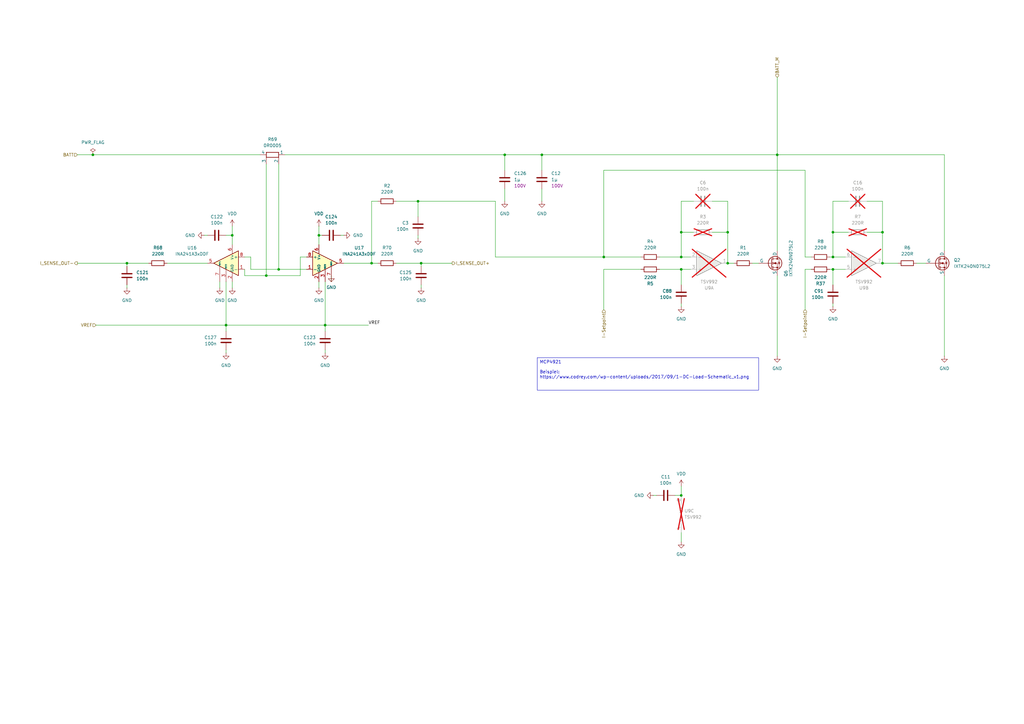
<source format=kicad_sch>
(kicad_sch
	(version 20231120)
	(generator "eeschema")
	(generator_version "8.0")
	(uuid "8e4312e8-5caa-4456-a6ff-d2fb5d357eec")
	(paper "A3")
	(lib_symbols
		(symbol "Amplifier_Current:INA241A2xDDF"
			(pin_names
				(offset 0.127)
			)
			(exclude_from_sim no)
			(in_bom yes)
			(on_board yes)
			(property "Reference" "U"
				(at 3.81 3.81 0)
				(effects
					(font
						(size 1.27 1.27)
					)
					(justify left)
				)
			)
			(property "Value" "INA241A2xDDF"
				(at 3.81 -2.54 0)
				(effects
					(font
						(size 1.27 1.27)
					)
					(justify left)
				)
			)
			(property "Footprint" "Package_TO_SOT_SMD:SOT-23-8"
				(at 0 -16.51 0)
				(effects
					(font
						(size 1.27 1.27)
					)
					(hide yes)
				)
			)
			(property "Datasheet" "https://www.ti.com/lit/ds/symlink/ina241b.pdf"
				(at 3.81 3.81 0)
				(effects
					(font
						(size 1.27 1.27)
					)
					(hide yes)
				)
			)
			(property "Description" "High- and Low-Side, Bidirectional, Zero-Drift, Current-Sense Amplifier With Enhanced PWM Rejection, 20V/V, ±0.01% Gain Accuracy, ±10 μV Offset Voltage, SOT-23-8"
				(at 0 0 0)
				(effects
					(font
						(size 1.27 1.27)
					)
					(hide yes)
				)
			)
			(property "ki_keywords" "current monitor shunt sensor bidirectional high low"
				(at 0 0 0)
				(effects
					(font
						(size 1.27 1.27)
					)
					(hide yes)
				)
			)
			(property "ki_fp_filters" "SOT?23*"
				(at 0 0 0)
				(effects
					(font
						(size 1.27 1.27)
					)
					(hide yes)
				)
			)
			(symbol "INA241A2xDDF_0_1"
				(polyline
					(pts
						(xy 5.08 0) (xy -5.08 5.08) (xy -5.08 -5.08) (xy 5.08 0)
					)
					(stroke
						(width 0.254)
						(type default)
					)
					(fill
						(type background)
					)
				)
			)
			(symbol "INA241A2xDDF_1_1"
				(pin input line
					(at -7.62 -2.54 0)
					(length 2.54)
					(name "-"
						(effects
							(font
								(size 1.27 1.27)
							)
						)
					)
					(number "1"
						(effects
							(font
								(size 1.27 1.27)
							)
						)
					)
				)
				(pin power_in line
					(at -2.54 -7.62 90)
					(length 3.81)
					(name "GND"
						(effects
							(font
								(size 1.016 1.016)
							)
						)
					)
					(number "2"
						(effects
							(font
								(size 1.27 1.27)
							)
						)
					)
				)
				(pin passive line
					(at 0 -7.62 90)
					(length 5.08)
					(name "REF2"
						(effects
							(font
								(size 0.508 0.508)
							)
						)
					)
					(number "3"
						(effects
							(font
								(size 1.27 1.27)
							)
						)
					)
				)
				(pin passive line
					(at -2.54 -7.62 90)
					(length 3.81) hide
					(name "GND"
						(effects
							(font
								(size 1.016 1.016)
							)
						)
					)
					(number "4"
						(effects
							(font
								(size 1.27 1.27)
							)
						)
					)
				)
				(pin output line
					(at 7.62 0 180)
					(length 2.54)
					(name "~"
						(effects
							(font
								(size 1.27 1.27)
							)
						)
					)
					(number "5"
						(effects
							(font
								(size 1.27 1.27)
							)
						)
					)
				)
				(pin power_in line
					(at -2.54 7.62 270)
					(length 3.81)
					(name "V+"
						(effects
							(font
								(size 1.016 1.016)
							)
						)
					)
					(number "6"
						(effects
							(font
								(size 1.27 1.27)
							)
						)
					)
				)
				(pin passive line
					(at 2.54 -7.62 90)
					(length 6.35)
					(name "REF1"
						(effects
							(font
								(size 0.508 0.508)
							)
						)
					)
					(number "7"
						(effects
							(font
								(size 1.27 1.27)
							)
						)
					)
				)
				(pin input line
					(at -7.62 2.54 0)
					(length 2.54)
					(name "+"
						(effects
							(font
								(size 1.27 1.27)
							)
						)
					)
					(number "8"
						(effects
							(font
								(size 1.27 1.27)
							)
						)
					)
				)
			)
		)
		(symbol "Device:C"
			(pin_numbers hide)
			(pin_names
				(offset 0.254)
			)
			(exclude_from_sim no)
			(in_bom yes)
			(on_board yes)
			(property "Reference" "C"
				(at 0.635 2.54 0)
				(effects
					(font
						(size 1.27 1.27)
					)
					(justify left)
				)
			)
			(property "Value" "C"
				(at 0.635 -2.54 0)
				(effects
					(font
						(size 1.27 1.27)
					)
					(justify left)
				)
			)
			(property "Footprint" ""
				(at 0.9652 -3.81 0)
				(effects
					(font
						(size 1.27 1.27)
					)
					(hide yes)
				)
			)
			(property "Datasheet" "~"
				(at 0 0 0)
				(effects
					(font
						(size 1.27 1.27)
					)
					(hide yes)
				)
			)
			(property "Description" "Unpolarized capacitor"
				(at 0 0 0)
				(effects
					(font
						(size 1.27 1.27)
					)
					(hide yes)
				)
			)
			(property "ki_keywords" "cap capacitor"
				(at 0 0 0)
				(effects
					(font
						(size 1.27 1.27)
					)
					(hide yes)
				)
			)
			(property "ki_fp_filters" "C_*"
				(at 0 0 0)
				(effects
					(font
						(size 1.27 1.27)
					)
					(hide yes)
				)
			)
			(symbol "C_0_1"
				(polyline
					(pts
						(xy -2.032 -0.762) (xy 2.032 -0.762)
					)
					(stroke
						(width 0.508)
						(type default)
					)
					(fill
						(type none)
					)
				)
				(polyline
					(pts
						(xy -2.032 0.762) (xy 2.032 0.762)
					)
					(stroke
						(width 0.508)
						(type default)
					)
					(fill
						(type none)
					)
				)
			)
			(symbol "C_1_1"
				(pin passive line
					(at 0 3.81 270)
					(length 2.794)
					(name "~"
						(effects
							(font
								(size 1.27 1.27)
							)
						)
					)
					(number "1"
						(effects
							(font
								(size 1.27 1.27)
							)
						)
					)
				)
				(pin passive line
					(at 0 -3.81 90)
					(length 2.794)
					(name "~"
						(effects
							(font
								(size 1.27 1.27)
							)
						)
					)
					(number "2"
						(effects
							(font
								(size 1.27 1.27)
							)
						)
					)
				)
			)
		)
		(symbol "Device:Opamp_Dual"
			(exclude_from_sim no)
			(in_bom yes)
			(on_board yes)
			(property "Reference" "U"
				(at 0 5.08 0)
				(effects
					(font
						(size 1.27 1.27)
					)
					(justify left)
				)
			)
			(property "Value" "Opamp_Dual"
				(at 0 -5.08 0)
				(effects
					(font
						(size 1.27 1.27)
					)
					(justify left)
				)
			)
			(property "Footprint" ""
				(at 0 0 0)
				(effects
					(font
						(size 1.27 1.27)
					)
					(hide yes)
				)
			)
			(property "Datasheet" "~"
				(at 0 0 0)
				(effects
					(font
						(size 1.27 1.27)
					)
					(hide yes)
				)
			)
			(property "Description" "Dual operational amplifier"
				(at 0 0 0)
				(effects
					(font
						(size 1.27 1.27)
					)
					(hide yes)
				)
			)
			(property "Sim.Library" "${KICAD7_SYMBOL_DIR}/Simulation_SPICE.sp"
				(at 0 0 0)
				(effects
					(font
						(size 1.27 1.27)
					)
					(hide yes)
				)
			)
			(property "Sim.Name" "kicad_builtin_opamp_dual"
				(at 0 0 0)
				(effects
					(font
						(size 1.27 1.27)
					)
					(hide yes)
				)
			)
			(property "Sim.Device" "SUBCKT"
				(at 0 0 0)
				(effects
					(font
						(size 1.27 1.27)
					)
					(hide yes)
				)
			)
			(property "Sim.Pins" "1=out1 2=in1- 3=in1+ 4=vee 5=in2+ 6=in2- 7=out2 8=vcc"
				(at 0 0 0)
				(effects
					(font
						(size 1.27 1.27)
					)
					(hide yes)
				)
			)
			(property "ki_locked" ""
				(at 0 0 0)
				(effects
					(font
						(size 1.27 1.27)
					)
				)
			)
			(property "ki_keywords" "dual opamp"
				(at 0 0 0)
				(effects
					(font
						(size 1.27 1.27)
					)
					(hide yes)
				)
			)
			(property "ki_fp_filters" "SOIC*3.9x4.9mm*P1.27mm* DIP*W7.62mm* MSOP*3x3mm*P0.65mm* SSOP*2.95x2.8mm*P0.65mm* TSSOP*3x3mm*P0.65mm* VSSOP*P0.5mm* TO?99*"
				(at 0 0 0)
				(effects
					(font
						(size 1.27 1.27)
					)
					(hide yes)
				)
			)
			(symbol "Opamp_Dual_1_1"
				(polyline
					(pts
						(xy -5.08 5.08) (xy 5.08 0) (xy -5.08 -5.08) (xy -5.08 5.08)
					)
					(stroke
						(width 0.254)
						(type default)
					)
					(fill
						(type background)
					)
				)
				(pin output line
					(at 7.62 0 180)
					(length 2.54)
					(name "~"
						(effects
							(font
								(size 1.27 1.27)
							)
						)
					)
					(number "1"
						(effects
							(font
								(size 1.27 1.27)
							)
						)
					)
				)
				(pin input line
					(at -7.62 -2.54 0)
					(length 2.54)
					(name "-"
						(effects
							(font
								(size 1.27 1.27)
							)
						)
					)
					(number "2"
						(effects
							(font
								(size 1.27 1.27)
							)
						)
					)
				)
				(pin input line
					(at -7.62 2.54 0)
					(length 2.54)
					(name "+"
						(effects
							(font
								(size 1.27 1.27)
							)
						)
					)
					(number "3"
						(effects
							(font
								(size 1.27 1.27)
							)
						)
					)
				)
			)
			(symbol "Opamp_Dual_2_1"
				(polyline
					(pts
						(xy -5.08 5.08) (xy 5.08 0) (xy -5.08 -5.08) (xy -5.08 5.08)
					)
					(stroke
						(width 0.254)
						(type default)
					)
					(fill
						(type background)
					)
				)
				(pin input line
					(at -7.62 2.54 0)
					(length 2.54)
					(name "+"
						(effects
							(font
								(size 1.27 1.27)
							)
						)
					)
					(number "5"
						(effects
							(font
								(size 1.27 1.27)
							)
						)
					)
				)
				(pin input line
					(at -7.62 -2.54 0)
					(length 2.54)
					(name "-"
						(effects
							(font
								(size 1.27 1.27)
							)
						)
					)
					(number "6"
						(effects
							(font
								(size 1.27 1.27)
							)
						)
					)
				)
				(pin output line
					(at 7.62 0 180)
					(length 2.54)
					(name "~"
						(effects
							(font
								(size 1.27 1.27)
							)
						)
					)
					(number "7"
						(effects
							(font
								(size 1.27 1.27)
							)
						)
					)
				)
			)
			(symbol "Opamp_Dual_3_1"
				(pin power_in line
					(at -2.54 -7.62 90)
					(length 3.81)
					(name "V-"
						(effects
							(font
								(size 1.27 1.27)
							)
						)
					)
					(number "4"
						(effects
							(font
								(size 1.27 1.27)
							)
						)
					)
				)
				(pin power_in line
					(at -2.54 7.62 270)
					(length 3.81)
					(name "V+"
						(effects
							(font
								(size 1.27 1.27)
							)
						)
					)
					(number "8"
						(effects
							(font
								(size 1.27 1.27)
							)
						)
					)
				)
			)
		)
		(symbol "Device:R"
			(pin_numbers hide)
			(pin_names
				(offset 0)
			)
			(exclude_from_sim no)
			(in_bom yes)
			(on_board yes)
			(property "Reference" "R"
				(at 2.032 0 90)
				(effects
					(font
						(size 1.27 1.27)
					)
				)
			)
			(property "Value" "R"
				(at 0 0 90)
				(effects
					(font
						(size 1.27 1.27)
					)
				)
			)
			(property "Footprint" ""
				(at -1.778 0 90)
				(effects
					(font
						(size 1.27 1.27)
					)
					(hide yes)
				)
			)
			(property "Datasheet" "~"
				(at 0 0 0)
				(effects
					(font
						(size 1.27 1.27)
					)
					(hide yes)
				)
			)
			(property "Description" "Resistor"
				(at 0 0 0)
				(effects
					(font
						(size 1.27 1.27)
					)
					(hide yes)
				)
			)
			(property "ki_keywords" "R res resistor"
				(at 0 0 0)
				(effects
					(font
						(size 1.27 1.27)
					)
					(hide yes)
				)
			)
			(property "ki_fp_filters" "R_*"
				(at 0 0 0)
				(effects
					(font
						(size 1.27 1.27)
					)
					(hide yes)
				)
			)
			(symbol "R_0_1"
				(rectangle
					(start -1.016 -2.54)
					(end 1.016 2.54)
					(stroke
						(width 0.254)
						(type default)
					)
					(fill
						(type none)
					)
				)
			)
			(symbol "R_1_1"
				(pin passive line
					(at 0 3.81 270)
					(length 1.27)
					(name "~"
						(effects
							(font
								(size 1.27 1.27)
							)
						)
					)
					(number "1"
						(effects
							(font
								(size 1.27 1.27)
							)
						)
					)
				)
				(pin passive line
					(at 0 -3.81 90)
					(length 1.27)
					(name "~"
						(effects
							(font
								(size 1.27 1.27)
							)
						)
					)
					(number "2"
						(effects
							(font
								(size 1.27 1.27)
							)
						)
					)
				)
			)
		)
		(symbol "Device:R_Shunt"
			(pin_numbers hide)
			(pin_names
				(offset 0)
			)
			(exclude_from_sim no)
			(in_bom yes)
			(on_board yes)
			(property "Reference" "R"
				(at -4.445 0 90)
				(effects
					(font
						(size 1.27 1.27)
					)
				)
			)
			(property "Value" "R_Shunt"
				(at -2.54 0 90)
				(effects
					(font
						(size 1.27 1.27)
					)
				)
			)
			(property "Footprint" ""
				(at -1.778 0 90)
				(effects
					(font
						(size 1.27 1.27)
					)
					(hide yes)
				)
			)
			(property "Datasheet" "~"
				(at 0 0 0)
				(effects
					(font
						(size 1.27 1.27)
					)
					(hide yes)
				)
			)
			(property "Description" "Shunt resistor"
				(at 0 0 0)
				(effects
					(font
						(size 1.27 1.27)
					)
					(hide yes)
				)
			)
			(property "ki_keywords" "R res shunt resistor"
				(at 0 0 0)
				(effects
					(font
						(size 1.27 1.27)
					)
					(hide yes)
				)
			)
			(property "ki_fp_filters" "R_*Shunt*"
				(at 0 0 0)
				(effects
					(font
						(size 1.27 1.27)
					)
					(hide yes)
				)
			)
			(symbol "R_Shunt_0_1"
				(rectangle
					(start -1.016 -2.54)
					(end 1.016 2.54)
					(stroke
						(width 0.254)
						(type default)
					)
					(fill
						(type none)
					)
				)
				(polyline
					(pts
						(xy 0 -2.54) (xy 1.27 -2.54)
					)
					(stroke
						(width 0)
						(type default)
					)
					(fill
						(type none)
					)
				)
				(polyline
					(pts
						(xy 1.27 2.54) (xy 0 2.54)
					)
					(stroke
						(width 0)
						(type default)
					)
					(fill
						(type none)
					)
				)
			)
			(symbol "R_Shunt_1_1"
				(pin passive line
					(at 0 5.08 270)
					(length 2.54)
					(name "1"
						(effects
							(font
								(size 1.27 1.27)
							)
						)
					)
					(number "1"
						(effects
							(font
								(size 1.27 1.27)
							)
						)
					)
				)
				(pin passive line
					(at 3.81 2.54 180)
					(length 2.54)
					(name "2"
						(effects
							(font
								(size 1.27 1.27)
							)
						)
					)
					(number "2"
						(effects
							(font
								(size 1.27 1.27)
							)
						)
					)
				)
				(pin passive line
					(at 3.81 -2.54 180)
					(length 2.54)
					(name "3"
						(effects
							(font
								(size 1.27 1.27)
							)
						)
					)
					(number "3"
						(effects
							(font
								(size 1.27 1.27)
							)
						)
					)
				)
				(pin passive line
					(at 0 -5.08 90)
					(length 2.54)
					(name "4"
						(effects
							(font
								(size 1.27 1.27)
							)
						)
					)
					(number "4"
						(effects
							(font
								(size 1.27 1.27)
							)
						)
					)
				)
			)
		)
		(symbol "Simulation_SPICE:NMOS"
			(pin_numbers hide)
			(pin_names
				(offset 0)
			)
			(exclude_from_sim no)
			(in_bom yes)
			(on_board yes)
			(property "Reference" "Q"
				(at 5.08 1.27 0)
				(effects
					(font
						(size 1.27 1.27)
					)
					(justify left)
				)
			)
			(property "Value" "NMOS"
				(at 5.08 -1.27 0)
				(effects
					(font
						(size 1.27 1.27)
					)
					(justify left)
				)
			)
			(property "Footprint" ""
				(at 5.08 2.54 0)
				(effects
					(font
						(size 1.27 1.27)
					)
					(hide yes)
				)
			)
			(property "Datasheet" "https://ngspice.sourceforge.io/docs/ngspice-html-manual/manual.xhtml#cha_MOSFETs"
				(at 0 -12.7 0)
				(effects
					(font
						(size 1.27 1.27)
					)
					(hide yes)
				)
			)
			(property "Description" "N-MOSFET transistor, drain/source/gate"
				(at 0 0 0)
				(effects
					(font
						(size 1.27 1.27)
					)
					(hide yes)
				)
			)
			(property "Sim.Device" "NMOS"
				(at 0 -17.145 0)
				(effects
					(font
						(size 1.27 1.27)
					)
					(hide yes)
				)
			)
			(property "Sim.Type" "VDMOS"
				(at 0 -19.05 0)
				(effects
					(font
						(size 1.27 1.27)
					)
					(hide yes)
				)
			)
			(property "Sim.Pins" "1=D 2=G 3=S"
				(at 0 -15.24 0)
				(effects
					(font
						(size 1.27 1.27)
					)
					(hide yes)
				)
			)
			(property "ki_keywords" "transistor NMOS N-MOS N-MOSFET simulation"
				(at 0 0 0)
				(effects
					(font
						(size 1.27 1.27)
					)
					(hide yes)
				)
			)
			(symbol "NMOS_0_1"
				(polyline
					(pts
						(xy 0.254 0) (xy -2.54 0)
					)
					(stroke
						(width 0)
						(type default)
					)
					(fill
						(type none)
					)
				)
				(polyline
					(pts
						(xy 0.254 1.905) (xy 0.254 -1.905)
					)
					(stroke
						(width 0.254)
						(type default)
					)
					(fill
						(type none)
					)
				)
				(polyline
					(pts
						(xy 0.762 -1.27) (xy 0.762 -2.286)
					)
					(stroke
						(width 0.254)
						(type default)
					)
					(fill
						(type none)
					)
				)
				(polyline
					(pts
						(xy 0.762 0.508) (xy 0.762 -0.508)
					)
					(stroke
						(width 0.254)
						(type default)
					)
					(fill
						(type none)
					)
				)
				(polyline
					(pts
						(xy 0.762 2.286) (xy 0.762 1.27)
					)
					(stroke
						(width 0.254)
						(type default)
					)
					(fill
						(type none)
					)
				)
				(polyline
					(pts
						(xy 2.54 2.54) (xy 2.54 1.778)
					)
					(stroke
						(width 0)
						(type default)
					)
					(fill
						(type none)
					)
				)
				(polyline
					(pts
						(xy 2.54 -2.54) (xy 2.54 0) (xy 0.762 0)
					)
					(stroke
						(width 0)
						(type default)
					)
					(fill
						(type none)
					)
				)
				(polyline
					(pts
						(xy 0.762 -1.778) (xy 3.302 -1.778) (xy 3.302 1.778) (xy 0.762 1.778)
					)
					(stroke
						(width 0)
						(type default)
					)
					(fill
						(type none)
					)
				)
				(polyline
					(pts
						(xy 1.016 0) (xy 2.032 0.381) (xy 2.032 -0.381) (xy 1.016 0)
					)
					(stroke
						(width 0)
						(type default)
					)
					(fill
						(type outline)
					)
				)
				(polyline
					(pts
						(xy 2.794 0.508) (xy 2.921 0.381) (xy 3.683 0.381) (xy 3.81 0.254)
					)
					(stroke
						(width 0)
						(type default)
					)
					(fill
						(type none)
					)
				)
				(polyline
					(pts
						(xy 3.302 0.381) (xy 2.921 -0.254) (xy 3.683 -0.254) (xy 3.302 0.381)
					)
					(stroke
						(width 0)
						(type default)
					)
					(fill
						(type none)
					)
				)
				(circle
					(center 1.651 0)
					(radius 2.794)
					(stroke
						(width 0.254)
						(type default)
					)
					(fill
						(type none)
					)
				)
				(circle
					(center 2.54 -1.778)
					(radius 0.254)
					(stroke
						(width 0)
						(type default)
					)
					(fill
						(type outline)
					)
				)
				(circle
					(center 2.54 1.778)
					(radius 0.254)
					(stroke
						(width 0)
						(type default)
					)
					(fill
						(type outline)
					)
				)
			)
			(symbol "NMOS_1_1"
				(pin passive line
					(at 2.54 5.08 270)
					(length 2.54)
					(name "D"
						(effects
							(font
								(size 1.27 1.27)
							)
						)
					)
					(number "1"
						(effects
							(font
								(size 1.27 1.27)
							)
						)
					)
				)
				(pin input line
					(at -5.08 0 0)
					(length 2.54)
					(name "G"
						(effects
							(font
								(size 1.27 1.27)
							)
						)
					)
					(number "2"
						(effects
							(font
								(size 1.27 1.27)
							)
						)
					)
				)
				(pin passive line
					(at 2.54 -5.08 90)
					(length 2.54)
					(name "S"
						(effects
							(font
								(size 1.27 1.27)
							)
						)
					)
					(number "3"
						(effects
							(font
								(size 1.27 1.27)
							)
						)
					)
				)
			)
		)
		(symbol "power:GND"
			(power)
			(pin_numbers hide)
			(pin_names
				(offset 0) hide)
			(exclude_from_sim no)
			(in_bom yes)
			(on_board yes)
			(property "Reference" "#PWR"
				(at 0 -6.35 0)
				(effects
					(font
						(size 1.27 1.27)
					)
					(hide yes)
				)
			)
			(property "Value" "GND"
				(at 0 -3.81 0)
				(effects
					(font
						(size 1.27 1.27)
					)
				)
			)
			(property "Footprint" ""
				(at 0 0 0)
				(effects
					(font
						(size 1.27 1.27)
					)
					(hide yes)
				)
			)
			(property "Datasheet" ""
				(at 0 0 0)
				(effects
					(font
						(size 1.27 1.27)
					)
					(hide yes)
				)
			)
			(property "Description" "Power symbol creates a global label with name \"GND\" , ground"
				(at 0 0 0)
				(effects
					(font
						(size 1.27 1.27)
					)
					(hide yes)
				)
			)
			(property "ki_keywords" "global power"
				(at 0 0 0)
				(effects
					(font
						(size 1.27 1.27)
					)
					(hide yes)
				)
			)
			(symbol "GND_0_1"
				(polyline
					(pts
						(xy 0 0) (xy 0 -1.27) (xy 1.27 -1.27) (xy 0 -2.54) (xy -1.27 -1.27) (xy 0 -1.27)
					)
					(stroke
						(width 0)
						(type default)
					)
					(fill
						(type none)
					)
				)
			)
			(symbol "GND_1_1"
				(pin power_in line
					(at 0 0 270)
					(length 0)
					(name "~"
						(effects
							(font
								(size 1.27 1.27)
							)
						)
					)
					(number "1"
						(effects
							(font
								(size 1.27 1.27)
							)
						)
					)
				)
			)
		)
		(symbol "power:PWR_FLAG"
			(power)
			(pin_numbers hide)
			(pin_names
				(offset 0) hide)
			(exclude_from_sim no)
			(in_bom yes)
			(on_board yes)
			(property "Reference" "#FLG"
				(at 0 1.905 0)
				(effects
					(font
						(size 1.27 1.27)
					)
					(hide yes)
				)
			)
			(property "Value" "PWR_FLAG"
				(at 0 3.81 0)
				(effects
					(font
						(size 1.27 1.27)
					)
				)
			)
			(property "Footprint" ""
				(at 0 0 0)
				(effects
					(font
						(size 1.27 1.27)
					)
					(hide yes)
				)
			)
			(property "Datasheet" "~"
				(at 0 0 0)
				(effects
					(font
						(size 1.27 1.27)
					)
					(hide yes)
				)
			)
			(property "Description" "Special symbol for telling ERC where power comes from"
				(at 0 0 0)
				(effects
					(font
						(size 1.27 1.27)
					)
					(hide yes)
				)
			)
			(property "ki_keywords" "flag power"
				(at 0 0 0)
				(effects
					(font
						(size 1.27 1.27)
					)
					(hide yes)
				)
			)
			(symbol "PWR_FLAG_0_0"
				(pin power_out line
					(at 0 0 90)
					(length 0)
					(name "~"
						(effects
							(font
								(size 1.27 1.27)
							)
						)
					)
					(number "1"
						(effects
							(font
								(size 1.27 1.27)
							)
						)
					)
				)
			)
			(symbol "PWR_FLAG_0_1"
				(polyline
					(pts
						(xy 0 0) (xy 0 1.27) (xy -1.016 1.905) (xy 0 2.54) (xy 1.016 1.905) (xy 0 1.27)
					)
					(stroke
						(width 0)
						(type default)
					)
					(fill
						(type none)
					)
				)
			)
		)
		(symbol "power:VDD"
			(power)
			(pin_numbers hide)
			(pin_names
				(offset 0) hide)
			(exclude_from_sim no)
			(in_bom yes)
			(on_board yes)
			(property "Reference" "#PWR"
				(at 0 -3.81 0)
				(effects
					(font
						(size 1.27 1.27)
					)
					(hide yes)
				)
			)
			(property "Value" "VDD"
				(at 0 3.556 0)
				(effects
					(font
						(size 1.27 1.27)
					)
				)
			)
			(property "Footprint" ""
				(at 0 0 0)
				(effects
					(font
						(size 1.27 1.27)
					)
					(hide yes)
				)
			)
			(property "Datasheet" ""
				(at 0 0 0)
				(effects
					(font
						(size 1.27 1.27)
					)
					(hide yes)
				)
			)
			(property "Description" "Power symbol creates a global label with name \"VDD\""
				(at 0 0 0)
				(effects
					(font
						(size 1.27 1.27)
					)
					(hide yes)
				)
			)
			(property "ki_keywords" "global power"
				(at 0 0 0)
				(effects
					(font
						(size 1.27 1.27)
					)
					(hide yes)
				)
			)
			(symbol "VDD_0_1"
				(polyline
					(pts
						(xy -0.762 1.27) (xy 0 2.54)
					)
					(stroke
						(width 0)
						(type default)
					)
					(fill
						(type none)
					)
				)
				(polyline
					(pts
						(xy 0 0) (xy 0 2.54)
					)
					(stroke
						(width 0)
						(type default)
					)
					(fill
						(type none)
					)
				)
				(polyline
					(pts
						(xy 0 2.54) (xy 0.762 1.27)
					)
					(stroke
						(width 0)
						(type default)
					)
					(fill
						(type none)
					)
				)
			)
			(symbol "VDD_1_1"
				(pin power_in line
					(at 0 0 90)
					(length 0)
					(name "~"
						(effects
							(font
								(size 1.27 1.27)
							)
						)
					)
					(number "1"
						(effects
							(font
								(size 1.27 1.27)
							)
						)
					)
				)
			)
		)
	)
	(junction
		(at 279.4 105.41)
		(diameter 0)
		(color 0 0 0 0)
		(uuid "0478f85d-ca12-4a12-b234-f0474ed41033")
	)
	(junction
		(at 52.07 107.95)
		(diameter 0)
		(color 0 0 0 0)
		(uuid "105edc27-7cec-48eb-931d-a3ee94592234")
	)
	(junction
		(at 361.95 95.25)
		(diameter 0)
		(color 0 0 0 0)
		(uuid "21a11000-66d1-44fb-81aa-8e28ab9b3c0d")
	)
	(junction
		(at 298.45 107.95)
		(diameter 0)
		(color 0 0 0 0)
		(uuid "29b26169-2103-4ea4-99ac-cfb2852979ae")
	)
	(junction
		(at 247.65 105.41)
		(diameter 0)
		(color 0 0 0 0)
		(uuid "575375f6-269b-4a5f-86be-5050a0ebbb72")
	)
	(junction
		(at 109.22 113.03)
		(diameter 0)
		(color 0 0 0 0)
		(uuid "62aebffd-1d2d-46fa-a245-ea209b773bf2")
	)
	(junction
		(at 95.25 96.52)
		(diameter 0)
		(color 0 0 0 0)
		(uuid "632f1ceb-0a53-45f7-b651-d73e36c5cc0f")
	)
	(junction
		(at 130.81 96.52)
		(diameter 0)
		(color 0 0 0 0)
		(uuid "6e41cf94-b1c2-4078-ad2a-9d35ba2f2835")
	)
	(junction
		(at 172.72 107.95)
		(diameter 0)
		(color 0 0 0 0)
		(uuid "8c830fe0-333b-4b22-add1-4fc26b8ff062")
	)
	(junction
		(at 341.63 110.49)
		(diameter 0)
		(color 0 0 0 0)
		(uuid "8fd765e6-09a4-47b2-8e42-1beff0039d6b")
	)
	(junction
		(at 133.35 133.35)
		(diameter 0)
		(color 0 0 0 0)
		(uuid "95594dde-97c3-4913-8005-48cc0a98de36")
	)
	(junction
		(at 361.95 107.95)
		(diameter 0)
		(color 0 0 0 0)
		(uuid "9b305fad-2db5-4151-8279-49dea3f7ef20")
	)
	(junction
		(at 279.4 110.49)
		(diameter 0)
		(color 0 0 0 0)
		(uuid "9d7ecdea-ed6c-4d36-ae85-686b46bda35c")
	)
	(junction
		(at 279.4 203.2)
		(diameter 0)
		(color 0 0 0 0)
		(uuid "a1d0257e-d396-489e-a84b-5dd8a9aad11b")
	)
	(junction
		(at 279.4 95.25)
		(diameter 0)
		(color 0 0 0 0)
		(uuid "a86fcd2b-7d7d-4392-bf43-377071170e27")
	)
	(junction
		(at 92.71 133.35)
		(diameter 0)
		(color 0 0 0 0)
		(uuid "b1b36431-b857-48d3-8965-dc47c63c348e")
	)
	(junction
		(at 171.45 82.55)
		(diameter 0)
		(color 0 0 0 0)
		(uuid "bf1cd4da-3bbd-4823-900b-07ece5e33ef0")
	)
	(junction
		(at 114.3 110.49)
		(diameter 0)
		(color 0 0 0 0)
		(uuid "c90307cd-39e9-4d7f-9d91-7bcf513be111")
	)
	(junction
		(at 152.4 107.95)
		(diameter 0)
		(color 0 0 0 0)
		(uuid "cca2c5d7-5457-4692-b0a2-3e11e9981c59")
	)
	(junction
		(at 341.63 95.25)
		(diameter 0)
		(color 0 0 0 0)
		(uuid "dff2bee3-583a-4b2a-b491-ea0ad5bed97a")
	)
	(junction
		(at 341.63 105.41)
		(diameter 0)
		(color 0 0 0 0)
		(uuid "e01385f4-caa7-40e4-b6eb-5016a8cf94de")
	)
	(junction
		(at 318.77 63.5)
		(diameter 0)
		(color 0 0 0 0)
		(uuid "e268b4d2-e8d0-4534-b82c-6d064daa017e")
	)
	(junction
		(at 207.01 63.5)
		(diameter 0)
		(color 0 0 0 0)
		(uuid "e52b5bc5-00e0-409a-932f-59b5d7206f8a")
	)
	(junction
		(at 38.1 63.5)
		(diameter 0)
		(color 0 0 0 0)
		(uuid "e6cd1d53-a860-4784-9d5f-72bd58cd5497")
	)
	(junction
		(at 222.25 63.5)
		(diameter 0)
		(color 0 0 0 0)
		(uuid "eadd1391-3dbf-420a-b805-5b7e8917e93e")
	)
	(junction
		(at 298.45 95.25)
		(diameter 0)
		(color 0 0 0 0)
		(uuid "f5616505-20c5-40c4-888a-928d85e8459c")
	)
	(wire
		(pts
			(xy 154.94 82.55) (xy 152.4 82.55)
		)
		(stroke
			(width 0)
			(type default)
		)
		(uuid "05146921-31e3-4a6d-835d-6b24951e1b9b")
	)
	(wire
		(pts
			(xy 133.35 143.51) (xy 133.35 144.78)
		)
		(stroke
			(width 0)
			(type default)
		)
		(uuid "05156bf2-fcf0-4515-bdca-e24053eecc3b")
	)
	(wire
		(pts
			(xy 52.07 107.95) (xy 31.75 107.95)
		)
		(stroke
			(width 0)
			(type default)
		)
		(uuid "064683ec-4dd7-4ad9-be6e-32c6508aa2dc")
	)
	(wire
		(pts
			(xy 341.63 95.25) (xy 341.63 105.41)
		)
		(stroke
			(width 0)
			(type default)
		)
		(uuid "07aebf23-7eed-4ade-8847-57187c004193")
	)
	(wire
		(pts
			(xy 85.09 96.52) (xy 83.82 96.52)
		)
		(stroke
			(width 0)
			(type default)
		)
		(uuid "0874de4e-af57-4102-aff2-f58913acc0e3")
	)
	(wire
		(pts
			(xy 68.58 107.95) (xy 85.09 107.95)
		)
		(stroke
			(width 0)
			(type default)
		)
		(uuid "088d37a2-24a8-4527-843d-60e01f7c1e7f")
	)
	(wire
		(pts
			(xy 92.71 133.35) (xy 133.35 133.35)
		)
		(stroke
			(width 0)
			(type default)
		)
		(uuid "0c1449ec-e5b0-4012-8754-967205ad493e")
	)
	(wire
		(pts
			(xy 109.22 67.31) (xy 109.22 113.03)
		)
		(stroke
			(width 0)
			(type default)
		)
		(uuid "0c6e299e-fa6f-473f-b385-65a317290988")
	)
	(wire
		(pts
			(xy 130.81 92.71) (xy 130.81 96.52)
		)
		(stroke
			(width 0)
			(type default)
		)
		(uuid "11e3e030-1394-4541-9e21-1eab51665629")
	)
	(wire
		(pts
			(xy 330.2 127) (xy 330.2 110.49)
		)
		(stroke
			(width 0)
			(type default)
		)
		(uuid "1ad1c9f3-b00b-45b6-8c0a-343fa9ce6e6f")
	)
	(wire
		(pts
			(xy 298.45 95.25) (xy 298.45 107.95)
		)
		(stroke
			(width 0)
			(type default)
		)
		(uuid "1bcd0b97-bed7-4b6c-ab68-a2fef5f01653")
	)
	(wire
		(pts
			(xy 135.89 115.57) (xy 135.89 113.03)
		)
		(stroke
			(width 0)
			(type default)
		)
		(uuid "1bf2f099-ad60-4c2a-b813-02f058c6006f")
	)
	(wire
		(pts
			(xy 95.25 96.52) (xy 95.25 100.33)
		)
		(stroke
			(width 0)
			(type default)
		)
		(uuid "1cb5e149-a50d-401d-844d-33b8f36ee865")
	)
	(wire
		(pts
			(xy 330.2 105.41) (xy 330.2 69.85)
		)
		(stroke
			(width 0)
			(type default)
		)
		(uuid "1d2eabf8-a8dc-4208-95d1-ff1d9de8e32a")
	)
	(wire
		(pts
			(xy 222.25 63.5) (xy 222.25 69.85)
		)
		(stroke
			(width 0)
			(type default)
		)
		(uuid "1ef297f1-7d1d-4a86-8987-c62a4313b0b2")
	)
	(wire
		(pts
			(xy 114.3 67.31) (xy 114.3 110.49)
		)
		(stroke
			(width 0)
			(type default)
		)
		(uuid "20542d8d-9274-4a39-9b9a-a6867e5f4bfb")
	)
	(wire
		(pts
			(xy 133.35 133.35) (xy 151.13 133.35)
		)
		(stroke
			(width 0)
			(type default)
		)
		(uuid "20c6e22f-5949-45ba-a0a7-3cfddb7ea827")
	)
	(wire
		(pts
			(xy 102.87 110.49) (xy 114.3 110.49)
		)
		(stroke
			(width 0)
			(type default)
		)
		(uuid "26508e13-a504-4471-b611-e527e42f9324")
	)
	(wire
		(pts
			(xy 130.81 115.57) (xy 130.81 118.11)
		)
		(stroke
			(width 0)
			(type default)
		)
		(uuid "2885e6eb-8d74-4c5c-b281-e218e28f388e")
	)
	(wire
		(pts
			(xy 284.48 82.55) (xy 279.4 82.55)
		)
		(stroke
			(width 0)
			(type default)
		)
		(uuid "2c0cb11d-fbb4-4ebc-98cb-07cd8f9aee7d")
	)
	(wire
		(pts
			(xy 172.72 107.95) (xy 172.72 109.22)
		)
		(stroke
			(width 0)
			(type default)
		)
		(uuid "2c7ee18f-de76-46ea-ac60-78168df5fdbb")
	)
	(wire
		(pts
			(xy 279.4 218.44) (xy 279.4 222.25)
		)
		(stroke
			(width 0)
			(type default)
		)
		(uuid "2ed66cda-9384-4579-858b-f3c16d407f3e")
	)
	(wire
		(pts
			(xy 100.33 110.49) (xy 100.33 113.03)
		)
		(stroke
			(width 0)
			(type default)
		)
		(uuid "2f74c68f-e935-486c-bf77-13ee9b186e22")
	)
	(wire
		(pts
			(xy 172.72 107.95) (xy 185.42 107.95)
		)
		(stroke
			(width 0)
			(type default)
		)
		(uuid "3068ebdd-e9fe-4be7-bf55-facd00374414")
	)
	(wire
		(pts
			(xy 171.45 82.55) (xy 203.2 82.55)
		)
		(stroke
			(width 0)
			(type default)
		)
		(uuid "327fe866-a264-4f23-be0b-14ae19287ffc")
	)
	(wire
		(pts
			(xy 298.45 82.55) (xy 298.45 95.25)
		)
		(stroke
			(width 0)
			(type default)
		)
		(uuid "345f5c92-295f-4db3-a63c-24416aabf8ee")
	)
	(wire
		(pts
			(xy 341.63 110.49) (xy 346.71 110.49)
		)
		(stroke
			(width 0)
			(type default)
		)
		(uuid "36c4f1c7-9304-4bf8-96d1-f2d057774baa")
	)
	(wire
		(pts
			(xy 361.95 95.25) (xy 361.95 107.95)
		)
		(stroke
			(width 0)
			(type default)
		)
		(uuid "37cab1dd-5782-4c6d-a9ef-9d666d39eded")
	)
	(wire
		(pts
			(xy 355.6 95.25) (xy 361.95 95.25)
		)
		(stroke
			(width 0)
			(type default)
		)
		(uuid "38070303-e144-4a28-a829-b598bcbe1b0e")
	)
	(wire
		(pts
			(xy 130.81 96.52) (xy 130.81 100.33)
		)
		(stroke
			(width 0)
			(type default)
		)
		(uuid "38af7768-67c2-441f-b44d-c638a4ac59fb")
	)
	(wire
		(pts
			(xy 39.37 133.35) (xy 92.71 133.35)
		)
		(stroke
			(width 0)
			(type default)
		)
		(uuid "3ac7eef0-3f69-448e-9df5-a048c1ab11fa")
	)
	(wire
		(pts
			(xy 283.21 110.49) (xy 279.4 110.49)
		)
		(stroke
			(width 0)
			(type default)
		)
		(uuid "3b17995b-dd38-47c4-a237-58bae438d883")
	)
	(wire
		(pts
			(xy 330.2 110.49) (xy 332.74 110.49)
		)
		(stroke
			(width 0)
			(type default)
		)
		(uuid "3c3f3439-7c79-4ed4-86ed-1f0bc3690d86")
	)
	(wire
		(pts
			(xy 279.4 110.49) (xy 279.4 116.84)
		)
		(stroke
			(width 0)
			(type default)
		)
		(uuid "3d0cd3c2-7b53-496b-bde2-2817ce060fdb")
	)
	(wire
		(pts
			(xy 207.01 63.5) (xy 207.01 69.85)
		)
		(stroke
			(width 0)
			(type default)
		)
		(uuid "445a7589-b2f6-4648-8f4f-5fdfc29dd23e")
	)
	(wire
		(pts
			(xy 269.24 203.2) (xy 267.97 203.2)
		)
		(stroke
			(width 0)
			(type default)
		)
		(uuid "46428f1b-e072-4706-9d0b-80f14ed74d25")
	)
	(wire
		(pts
			(xy 355.6 82.55) (xy 361.95 82.55)
		)
		(stroke
			(width 0)
			(type default)
		)
		(uuid "489cd166-e2f3-4994-b48c-0736e779816d")
	)
	(wire
		(pts
			(xy 90.17 115.57) (xy 90.17 118.11)
		)
		(stroke
			(width 0)
			(type default)
		)
		(uuid "49e5edb6-ab4b-46d0-83f1-7f2ffc54bdcb")
	)
	(wire
		(pts
			(xy 284.48 95.25) (xy 279.4 95.25)
		)
		(stroke
			(width 0)
			(type default)
		)
		(uuid "4b028904-5695-4f0d-ad67-2dcbde51651f")
	)
	(wire
		(pts
			(xy 31.75 63.5) (xy 38.1 63.5)
		)
		(stroke
			(width 0)
			(type default)
		)
		(uuid "4b4098ba-4e95-4e83-b41b-8600bcf1bfcf")
	)
	(wire
		(pts
			(xy 387.35 113.03) (xy 387.35 146.05)
		)
		(stroke
			(width 0)
			(type default)
		)
		(uuid "51b12797-5e53-4bd3-a4b6-c65fb8d0a148")
	)
	(wire
		(pts
			(xy 123.19 105.41) (xy 123.19 113.03)
		)
		(stroke
			(width 0)
			(type default)
		)
		(uuid "55d3ddf3-09e2-42c6-9fab-1316144a0abd")
	)
	(wire
		(pts
			(xy 95.25 96.52) (xy 92.71 96.52)
		)
		(stroke
			(width 0)
			(type default)
		)
		(uuid "56fb0cd3-5548-4a52-9846-52ee93682123")
	)
	(wire
		(pts
			(xy 318.77 31.75) (xy 318.77 63.5)
		)
		(stroke
			(width 0)
			(type default)
		)
		(uuid "5b5bfe41-01e1-423c-bc4e-1a2cfee2efa5")
	)
	(wire
		(pts
			(xy 247.65 105.41) (xy 262.89 105.41)
		)
		(stroke
			(width 0)
			(type default)
		)
		(uuid "5fd83b82-b002-4147-a466-55d3a4888277")
	)
	(wire
		(pts
			(xy 279.4 105.41) (xy 283.21 105.41)
		)
		(stroke
			(width 0)
			(type default)
		)
		(uuid "604f72bb-9190-4876-b057-d25ccb091419")
	)
	(wire
		(pts
			(xy 100.33 113.03) (xy 109.22 113.03)
		)
		(stroke
			(width 0)
			(type default)
		)
		(uuid "6232fb7e-2966-4005-9c44-0f3967e1fed3")
	)
	(wire
		(pts
			(xy 361.95 107.95) (xy 368.3 107.95)
		)
		(stroke
			(width 0)
			(type default)
		)
		(uuid "63f6bda9-d324-47d8-824d-22a1ee762946")
	)
	(wire
		(pts
			(xy 330.2 69.85) (xy 247.65 69.85)
		)
		(stroke
			(width 0)
			(type default)
		)
		(uuid "65b0ed80-146b-4293-8711-6e5a32f4ac7d")
	)
	(wire
		(pts
			(xy 341.63 82.55) (xy 341.63 95.25)
		)
		(stroke
			(width 0)
			(type default)
		)
		(uuid "69ba533e-1077-4bb1-9e78-98ff59b1e19a")
	)
	(wire
		(pts
			(xy 152.4 82.55) (xy 152.4 107.95)
		)
		(stroke
			(width 0)
			(type default)
		)
		(uuid "6c8f3b80-0033-4046-b68c-4275b96e5697")
	)
	(wire
		(pts
			(xy 109.22 113.03) (xy 123.19 113.03)
		)
		(stroke
			(width 0)
			(type default)
		)
		(uuid "6de97458-02c4-4d98-8f4d-83ad5a931e52")
	)
	(wire
		(pts
			(xy 340.36 105.41) (xy 341.63 105.41)
		)
		(stroke
			(width 0)
			(type default)
		)
		(uuid "6e1259ae-a1ab-4d70-b728-dee70f330a58")
	)
	(wire
		(pts
			(xy 102.87 105.41) (xy 100.33 105.41)
		)
		(stroke
			(width 0)
			(type default)
		)
		(uuid "6f659b57-952d-4d20-b83f-216b822176c2")
	)
	(wire
		(pts
			(xy 262.89 110.49) (xy 247.65 110.49)
		)
		(stroke
			(width 0)
			(type default)
		)
		(uuid "7067a6ff-c12a-4740-a104-997031ce3720")
	)
	(wire
		(pts
			(xy 133.35 115.57) (xy 133.35 133.35)
		)
		(stroke
			(width 0)
			(type default)
		)
		(uuid "70ed1fe1-a432-4a27-990a-08f615876a51")
	)
	(wire
		(pts
			(xy 133.35 133.35) (xy 133.35 135.89)
		)
		(stroke
			(width 0)
			(type default)
		)
		(uuid "740ac426-18ce-467f-97e8-322de12fd57a")
	)
	(wire
		(pts
			(xy 332.74 105.41) (xy 330.2 105.41)
		)
		(stroke
			(width 0)
			(type default)
		)
		(uuid "7690020f-d81f-4b48-8538-24976b99db75")
	)
	(wire
		(pts
			(xy 140.97 96.52) (xy 139.7 96.52)
		)
		(stroke
			(width 0)
			(type default)
		)
		(uuid "8204d0e2-d6a6-432e-93d4-6cb4865e22b7")
	)
	(wire
		(pts
			(xy 318.77 113.03) (xy 318.77 146.05)
		)
		(stroke
			(width 0)
			(type default)
		)
		(uuid "8265e84b-5357-4623-84ab-3351a83fe063")
	)
	(wire
		(pts
			(xy 102.87 105.41) (xy 102.87 110.49)
		)
		(stroke
			(width 0)
			(type default)
		)
		(uuid "8b12e282-607e-427c-9506-c732ea222f32")
	)
	(wire
		(pts
			(xy 298.45 107.95) (xy 300.99 107.95)
		)
		(stroke
			(width 0)
			(type default)
		)
		(uuid "8beb2b5a-9da6-4aca-927c-73138132733d")
	)
	(wire
		(pts
			(xy 92.71 115.57) (xy 92.71 133.35)
		)
		(stroke
			(width 0)
			(type default)
		)
		(uuid "8cadb326-2ff4-43df-8c9f-cd315cf57fc7")
	)
	(wire
		(pts
			(xy 203.2 105.41) (xy 247.65 105.41)
		)
		(stroke
			(width 0)
			(type default)
		)
		(uuid "901372ca-360b-494d-9ac7-e621168b895b")
	)
	(wire
		(pts
			(xy 172.72 116.84) (xy 172.72 118.11)
		)
		(stroke
			(width 0)
			(type default)
		)
		(uuid "937998ec-3394-4661-b7c0-3139085c498b")
	)
	(wire
		(pts
			(xy 308.61 107.95) (xy 311.15 107.95)
		)
		(stroke
			(width 0)
			(type default)
		)
		(uuid "94135eaf-8801-4070-8b76-cd9180339b33")
	)
	(wire
		(pts
			(xy 114.3 110.49) (xy 125.73 110.49)
		)
		(stroke
			(width 0)
			(type default)
		)
		(uuid "964edc6b-9fea-42d1-8cbc-a4cb4117f063")
	)
	(wire
		(pts
			(xy 347.98 82.55) (xy 341.63 82.55)
		)
		(stroke
			(width 0)
			(type default)
		)
		(uuid "9989ac54-cfd4-45b6-9566-afd8abdeb093")
	)
	(wire
		(pts
			(xy 92.71 143.51) (xy 92.71 144.78)
		)
		(stroke
			(width 0)
			(type default)
		)
		(uuid "9a484875-79f4-4e2f-946e-a2f0bad688cb")
	)
	(wire
		(pts
			(xy 387.35 63.5) (xy 387.35 102.87)
		)
		(stroke
			(width 0)
			(type default)
		)
		(uuid "9b2a3091-fef0-43c6-ba35-8fb8e524897d")
	)
	(wire
		(pts
			(xy 207.01 77.47) (xy 207.01 82.55)
		)
		(stroke
			(width 0)
			(type default)
		)
		(uuid "9be182f8-ec11-437b-aefd-b2373b9ed5ab")
	)
	(wire
		(pts
			(xy 162.56 82.55) (xy 171.45 82.55)
		)
		(stroke
			(width 0)
			(type default)
		)
		(uuid "a0c3449b-a45d-4e49-b23c-55c76dfd1e02")
	)
	(wire
		(pts
			(xy 207.01 63.5) (xy 222.25 63.5)
		)
		(stroke
			(width 0)
			(type default)
		)
		(uuid "a3f67a07-2e10-47d4-a068-0aeb8e59f7bf")
	)
	(wire
		(pts
			(xy 279.4 95.25) (xy 279.4 105.41)
		)
		(stroke
			(width 0)
			(type default)
		)
		(uuid "a5416f29-b3d4-423f-bf81-aaa0a1acda10")
	)
	(wire
		(pts
			(xy 318.77 63.5) (xy 387.35 63.5)
		)
		(stroke
			(width 0)
			(type default)
		)
		(uuid "a5bed84a-1b0e-4481-b858-a342d7b9c3e0")
	)
	(wire
		(pts
			(xy 361.95 82.55) (xy 361.95 95.25)
		)
		(stroke
			(width 0)
			(type default)
		)
		(uuid "a871ce30-8e79-4361-a8f2-c6a99a7d0631")
	)
	(wire
		(pts
			(xy 92.71 133.35) (xy 92.71 135.89)
		)
		(stroke
			(width 0)
			(type default)
		)
		(uuid "afb3776c-6394-46bf-81fe-dd609c5f968f")
	)
	(wire
		(pts
			(xy 341.63 105.41) (xy 346.71 105.41)
		)
		(stroke
			(width 0)
			(type default)
		)
		(uuid "b18a0b03-e852-4475-a84e-408f6d550133")
	)
	(wire
		(pts
			(xy 247.65 69.85) (xy 247.65 105.41)
		)
		(stroke
			(width 0)
			(type default)
		)
		(uuid "b1a701f9-6b01-43be-8c13-31476798ba7a")
	)
	(wire
		(pts
			(xy 341.63 110.49) (xy 341.63 116.84)
		)
		(stroke
			(width 0)
			(type default)
		)
		(uuid "b3a796ee-f726-4f96-912a-48fc99e950ce")
	)
	(wire
		(pts
			(xy 95.25 115.57) (xy 95.25 118.11)
		)
		(stroke
			(width 0)
			(type default)
		)
		(uuid "b43cfe9f-0a6a-4d12-8148-2c496c134760")
	)
	(wire
		(pts
			(xy 95.25 92.71) (xy 95.25 96.52)
		)
		(stroke
			(width 0)
			(type default)
		)
		(uuid "b4a77a98-0119-44ec-a29d-a286a82af271")
	)
	(wire
		(pts
			(xy 279.4 199.39) (xy 279.4 203.2)
		)
		(stroke
			(width 0)
			(type default)
		)
		(uuid "b57cefcb-ef60-4a2d-bf28-f564d24f13e1")
	)
	(wire
		(pts
			(xy 292.1 82.55) (xy 298.45 82.55)
		)
		(stroke
			(width 0)
			(type default)
		)
		(uuid "b64fb989-6833-403c-ab2c-b939243c3d22")
	)
	(wire
		(pts
			(xy 318.77 63.5) (xy 318.77 102.87)
		)
		(stroke
			(width 0)
			(type default)
		)
		(uuid "baf4daaa-0f89-4b93-8d76-fc90fd5d1eff")
	)
	(wire
		(pts
			(xy 162.56 107.95) (xy 172.72 107.95)
		)
		(stroke
			(width 0)
			(type default)
		)
		(uuid "bf0f4425-5429-4855-bdff-01ef04247379")
	)
	(wire
		(pts
			(xy 171.45 96.52) (xy 171.45 97.79)
		)
		(stroke
			(width 0)
			(type default)
		)
		(uuid "c01e9ab8-9c8e-4373-a48b-a444ab7d07ef")
	)
	(wire
		(pts
			(xy 132.08 96.52) (xy 130.81 96.52)
		)
		(stroke
			(width 0)
			(type default)
		)
		(uuid "c8457100-c5a7-4cee-9b6a-a76b10fea226")
	)
	(wire
		(pts
			(xy 279.4 82.55) (xy 279.4 95.25)
		)
		(stroke
			(width 0)
			(type default)
		)
		(uuid "cb715fcd-c796-4190-84a5-b73db5f124ae")
	)
	(wire
		(pts
			(xy 38.1 63.5) (xy 106.68 63.5)
		)
		(stroke
			(width 0)
			(type default)
		)
		(uuid "cdabbd47-3e1b-4340-9cdf-2a8d4101f613")
	)
	(wire
		(pts
			(xy 116.84 63.5) (xy 207.01 63.5)
		)
		(stroke
			(width 0)
			(type default)
		)
		(uuid "cffc41fd-bcc8-4eb8-b783-ec83c2a7c773")
	)
	(wire
		(pts
			(xy 279.4 110.49) (xy 270.51 110.49)
		)
		(stroke
			(width 0)
			(type default)
		)
		(uuid "d15bbc0c-2da2-46d3-a953-195fffb1760f")
	)
	(wire
		(pts
			(xy 222.25 77.47) (xy 222.25 82.55)
		)
		(stroke
			(width 0)
			(type default)
		)
		(uuid "d210f3b4-89ce-42ea-9071-52b4a25c2606")
	)
	(wire
		(pts
			(xy 247.65 110.49) (xy 247.65 127)
		)
		(stroke
			(width 0)
			(type default)
		)
		(uuid "d5371e7f-d17a-492e-9b0f-bcb0bda808e3")
	)
	(wire
		(pts
			(xy 340.36 110.49) (xy 341.63 110.49)
		)
		(stroke
			(width 0)
			(type default)
		)
		(uuid "d653f31a-90e9-4710-89f7-72a32b207463")
	)
	(wire
		(pts
			(xy 152.4 107.95) (xy 154.94 107.95)
		)
		(stroke
			(width 0)
			(type default)
		)
		(uuid "d91ccef5-31bf-44e7-93cb-b4640bd8d969")
	)
	(wire
		(pts
			(xy 375.92 107.95) (xy 379.73 107.95)
		)
		(stroke
			(width 0)
			(type default)
		)
		(uuid "d9dd6022-c5c0-4be0-9090-55869bda6f9f")
	)
	(wire
		(pts
			(xy 140.97 107.95) (xy 152.4 107.95)
		)
		(stroke
			(width 0)
			(type default)
		)
		(uuid "ddbbcd76-8254-45a8-83bb-6caca0345663")
	)
	(wire
		(pts
			(xy 203.2 82.55) (xy 203.2 105.41)
		)
		(stroke
			(width 0)
			(type default)
		)
		(uuid "df75f8a3-7bf1-46bd-969f-140179f373ca")
	)
	(wire
		(pts
			(xy 279.4 124.46) (xy 279.4 125.73)
		)
		(stroke
			(width 0)
			(type default)
		)
		(uuid "e0cf6e90-1125-44c6-aca7-b7be005c8140")
	)
	(wire
		(pts
			(xy 60.96 107.95) (xy 52.07 107.95)
		)
		(stroke
			(width 0)
			(type default)
		)
		(uuid "e1afe4a9-4a37-4d47-9d69-584970a10191")
	)
	(wire
		(pts
			(xy 292.1 95.25) (xy 298.45 95.25)
		)
		(stroke
			(width 0)
			(type default)
		)
		(uuid "e2c6b08e-5547-47cc-ab2f-cf22e2c29cd6")
	)
	(wire
		(pts
			(xy 222.25 63.5) (xy 318.77 63.5)
		)
		(stroke
			(width 0)
			(type default)
		)
		(uuid "e75b6d9a-fcc3-40a9-b3cf-d3bfaec07197")
	)
	(wire
		(pts
			(xy 341.63 124.46) (xy 341.63 125.73)
		)
		(stroke
			(width 0)
			(type default)
		)
		(uuid "e8a4260d-6558-4cf1-8502-6b7a9fc5462d")
	)
	(wire
		(pts
			(xy 347.98 95.25) (xy 341.63 95.25)
		)
		(stroke
			(width 0)
			(type default)
		)
		(uuid "e9f4d7f4-1029-44c0-a1c7-3a3ef1d46272")
	)
	(wire
		(pts
			(xy 279.4 203.2) (xy 276.86 203.2)
		)
		(stroke
			(width 0)
			(type default)
		)
		(uuid "ea9431c5-1c89-4b41-a33a-4649feede14a")
	)
	(wire
		(pts
			(xy 125.73 105.41) (xy 123.19 105.41)
		)
		(stroke
			(width 0)
			(type default)
		)
		(uuid "ead82e53-3add-4256-8045-0eb094fd0985")
	)
	(wire
		(pts
			(xy 270.51 105.41) (xy 279.4 105.41)
		)
		(stroke
			(width 0)
			(type default)
		)
		(uuid "f0ba02f9-c373-479c-8f67-3184334a5cc5")
	)
	(wire
		(pts
			(xy 52.07 116.84) (xy 52.07 118.11)
		)
		(stroke
			(width 0)
			(type default)
		)
		(uuid "f2c69953-b19a-4226-8ad7-b794479ce87c")
	)
	(wire
		(pts
			(xy 52.07 107.95) (xy 52.07 109.22)
		)
		(stroke
			(width 0)
			(type default)
		)
		(uuid "f5a36d8c-82dd-455a-afad-8d59163fa6fe")
	)
	(wire
		(pts
			(xy 171.45 82.55) (xy 171.45 88.9)
		)
		(stroke
			(width 0)
			(type default)
		)
		(uuid "fd529d8d-9433-4111-a3a3-a0e219cd3a9f")
	)
	(text_box "MCP4921\n\nBeispiel: \nhttps://www.codrey.com/wp-content/uploads/2017/09/1-DC-Load-Schematic_v1.png"
		(exclude_from_sim no)
		(at 220.345 146.685 0)
		(size 90.805 13.335)
		(stroke
			(width 0)
			(type default)
		)
		(fill
			(type none)
		)
		(effects
			(font
				(size 1.27 1.27)
			)
			(justify left top)
		)
		(uuid "1a0d5b65-a0bb-4bec-8665-ec4c8b54788e")
	)
	(label "VREF"
		(at 151.13 133.35 0)
		(fields_autoplaced yes)
		(effects
			(font
				(size 1.27 1.27)
			)
			(justify left bottom)
		)
		(uuid "f716ef48-8a1e-41ba-b390-5e65ef7c9f87")
	)
	(hierarchical_label "I-Setpoint"
		(shape input)
		(at 247.65 127 270)
		(fields_autoplaced yes)
		(effects
			(font
				(size 1.27 1.27)
			)
			(justify right)
		)
		(uuid "03d08bed-9564-462e-9102-a9b5522c6e1e")
	)
	(hierarchical_label "VREF"
		(shape input)
		(at 39.37 133.35 180)
		(fields_autoplaced yes)
		(effects
			(font
				(size 1.27 1.27)
			)
			(justify right)
		)
		(uuid "1ce4e809-9eea-46cf-8c9b-38cc692148fe")
	)
	(hierarchical_label "BATT_M"
		(shape input)
		(at 318.77 31.75 90)
		(fields_autoplaced yes)
		(effects
			(font
				(size 1.27 1.27)
			)
			(justify left)
		)
		(uuid "22c5531d-99aa-472e-9334-99202b981ce9")
	)
	(hierarchical_label "I_SENSE_OUT-"
		(shape output)
		(at 31.75 107.95 180)
		(fields_autoplaced yes)
		(effects
			(font
				(size 1.27 1.27)
			)
			(justify right)
		)
		(uuid "330c50a0-e996-4ba0-960b-ed2c3222fb5c")
	)
	(hierarchical_label "I-Setpoint"
		(shape input)
		(at 330.2 127 270)
		(fields_autoplaced yes)
		(effects
			(font
				(size 1.27 1.27)
			)
			(justify right)
		)
		(uuid "6f9675ca-a9d6-4abc-baf9-83fbb8a00579")
	)
	(hierarchical_label "I_SENSE_OUT+"
		(shape output)
		(at 185.42 107.95 0)
		(fields_autoplaced yes)
		(effects
			(font
				(size 1.27 1.27)
			)
			(justify left)
		)
		(uuid "93076b80-6682-4e3f-b776-29d05825eddd")
	)
	(hierarchical_label "BATT"
		(shape input)
		(at 31.75 63.5 180)
		(fields_autoplaced yes)
		(effects
			(font
				(size 1.27 1.27)
			)
			(justify right)
		)
		(uuid "e5aaa715-e60b-43f5-a6af-25b9427c27df")
	)
	(symbol
		(lib_id "power:GND")
		(at 171.45 97.79 0)
		(mirror y)
		(unit 1)
		(exclude_from_sim no)
		(in_bom yes)
		(on_board yes)
		(dnp no)
		(fields_autoplaced yes)
		(uuid "03d4c37e-a625-4442-a443-6f95405102fb")
		(property "Reference" "#PWR06"
			(at 171.45 104.14 0)
			(effects
				(font
					(size 1.27 1.27)
				)
				(hide yes)
			)
		)
		(property "Value" "GND"
			(at 171.45 102.87 0)
			(effects
				(font
					(size 1.27 1.27)
				)
			)
		)
		(property "Footprint" ""
			(at 171.45 97.79 0)
			(effects
				(font
					(size 1.27 1.27)
				)
				(hide yes)
			)
		)
		(property "Datasheet" ""
			(at 171.45 97.79 0)
			(effects
				(font
					(size 1.27 1.27)
				)
				(hide yes)
			)
		)
		(property "Description" "Power symbol creates a global label with name \"GND\" , ground"
			(at 171.45 97.79 0)
			(effects
				(font
					(size 1.27 1.27)
				)
				(hide yes)
			)
		)
		(pin "1"
			(uuid "d49c43b4-ca3a-4171-a375-90ee7e7b31a8")
		)
		(instances
			(project "power_board"
				(path "/2162bbef-6768-44bd-9de5-92e503eebcbe/4b6c7266-c0cb-483f-a141-05a0f62806ff"
					(reference "#PWR06")
					(unit 1)
				)
			)
		)
	)
	(symbol
		(lib_id "Simulation_SPICE:NMOS")
		(at 316.23 107.95 0)
		(unit 1)
		(exclude_from_sim no)
		(in_bom yes)
		(on_board yes)
		(dnp no)
		(uuid "08b2ab53-b600-41ea-b15f-748100f58f75")
		(property "Reference" "Q6"
			(at 322.326 113.538 90)
			(effects
				(font
					(size 1.27 1.27)
				)
				(justify left)
			)
		)
		(property "Value" "IXTK240N075L2"
			(at 324.358 113.538 90)
			(effects
				(font
					(size 1.27 1.27)
				)
				(justify left)
			)
		)
		(property "Footprint" "Package_TO_SOT_THT:TO-264-3_Horizontal_TabUp"
			(at 321.31 105.41 0)
			(effects
				(font
					(size 1.27 1.27)
				)
				(hide yes)
			)
		)
		(property "Datasheet" "https://ngspice.sourceforge.io/docs/ngspice-html-manual/manual.xhtml#cha_MOSFETs"
			(at 316.23 120.65 0)
			(effects
				(font
					(size 1.27 1.27)
				)
				(hide yes)
			)
		)
		(property "Description" "IXTK200N10L2 LINEAR MOSFET 100V 200A 11mOhm TO-264-3 THT"
			(at 316.23 107.95 0)
			(effects
				(font
					(size 1.27 1.27)
				)
				(hide yes)
			)
		)
		(property "Toleranz" ""
			(at 316.23 107.95 0)
			(effects
				(font
					(size 1.27 1.27)
				)
			)
		)
		(property "Voltage" ""
			(at 316.23 107.95 0)
			(effects
				(font
					(size 1.27 1.27)
				)
			)
		)
		(property "ECS Art#" "T171"
			(at 316.23 107.95 0)
			(effects
				(font
					(size 1.27 1.27)
				)
				(hide yes)
			)
		)
		(property "HAN" "IXTK240N075L2"
			(at 316.23 107.95 0)
			(effects
				(font
					(size 1.27 1.27)
				)
				(hide yes)
			)
		)
		(pin "1"
			(uuid "0ec2825f-1113-41b8-8ef7-2999070e047a")
		)
		(pin "3"
			(uuid "4c1944aa-5113-4b8b-a509-04e428be3436")
		)
		(pin "2"
			(uuid "f2fc7c58-49be-42d2-bea8-c8fb31c1b8b6")
		)
		(instances
			(project "power_board"
				(path "/2162bbef-6768-44bd-9de5-92e503eebcbe/4b6c7266-c0cb-483f-a141-05a0f62806ff"
					(reference "Q6")
					(unit 1)
				)
			)
		)
	)
	(symbol
		(lib_id "Device:R")
		(at 158.75 107.95 90)
		(mirror x)
		(unit 1)
		(exclude_from_sim no)
		(in_bom yes)
		(on_board yes)
		(dnp no)
		(fields_autoplaced yes)
		(uuid "0c454d35-17fa-4307-8eb4-ab88c4540e51")
		(property "Reference" "R70"
			(at 158.75 101.6 90)
			(effects
				(font
					(size 1.27 1.27)
				)
			)
		)
		(property "Value" "220R"
			(at 158.75 104.14 90)
			(effects
				(font
					(size 1.27 1.27)
				)
			)
		)
		(property "Footprint" "Resistor_SMD:R_0603_1608Metric"
			(at 158.75 106.172 90)
			(effects
				(font
					(size 1.27 1.27)
				)
				(hide yes)
			)
		)
		(property "Datasheet" "~"
			(at 158.75 107.95 0)
			(effects
				(font
					(size 1.27 1.27)
				)
				(hide yes)
			)
		)
		(property "Description" "220R0 0,1W 1% 0603 SMD"
			(at 158.75 107.95 0)
			(effects
				(font
					(size 1.27 1.27)
				)
				(hide yes)
			)
		)
		(property "Toleranz" ""
			(at 161.2899 110.49 0)
			(effects
				(font
					(size 1.27 1.27)
				)
				(justify left)
			)
		)
		(property "ECS Art#" "R181"
			(at 158.75 107.95 0)
			(effects
				(font
					(size 1.27 1.27)
				)
				(hide yes)
			)
		)
		(property "Voltage" ""
			(at 158.75 107.95 0)
			(effects
				(font
					(size 1.27 1.27)
				)
			)
		)
		(property "HAN" "RC0603FR-07220RL"
			(at 158.75 107.95 0)
			(effects
				(font
					(size 1.27 1.27)
				)
				(hide yes)
			)
		)
		(pin "1"
			(uuid "deb93879-5f94-4f14-a637-017f86128ec8")
		)
		(pin "2"
			(uuid "d9d6279e-58c5-42fe-ab5c-9242094817c5")
		)
		(instances
			(project "power_board"
				(path "/2162bbef-6768-44bd-9de5-92e503eebcbe/4b6c7266-c0cb-483f-a141-05a0f62806ff"
					(reference "R70")
					(unit 1)
				)
			)
		)
	)
	(symbol
		(lib_id "power:GND")
		(at 95.25 118.11 0)
		(mirror y)
		(unit 1)
		(exclude_from_sim no)
		(in_bom yes)
		(on_board yes)
		(dnp no)
		(fields_autoplaced yes)
		(uuid "118d71ed-a028-41a2-aa3e-10857a75dd97")
		(property "Reference" "#PWR0183"
			(at 95.25 124.46 0)
			(effects
				(font
					(size 1.27 1.27)
				)
				(hide yes)
			)
		)
		(property "Value" "GND"
			(at 95.25 123.19 0)
			(effects
				(font
					(size 1.27 1.27)
				)
			)
		)
		(property "Footprint" ""
			(at 95.25 118.11 0)
			(effects
				(font
					(size 1.27 1.27)
				)
				(hide yes)
			)
		)
		(property "Datasheet" ""
			(at 95.25 118.11 0)
			(effects
				(font
					(size 1.27 1.27)
				)
				(hide yes)
			)
		)
		(property "Description" "Power symbol creates a global label with name \"GND\" , ground"
			(at 95.25 118.11 0)
			(effects
				(font
					(size 1.27 1.27)
				)
				(hide yes)
			)
		)
		(pin "1"
			(uuid "f3eea32a-badc-4afc-82cf-9b1961c1ba49")
		)
		(instances
			(project "power_board"
				(path "/2162bbef-6768-44bd-9de5-92e503eebcbe/4b6c7266-c0cb-483f-a141-05a0f62806ff"
					(reference "#PWR0183")
					(unit 1)
				)
			)
		)
	)
	(symbol
		(lib_id "power:VDD")
		(at 279.4 199.39 0)
		(unit 1)
		(exclude_from_sim no)
		(in_bom yes)
		(on_board yes)
		(dnp no)
		(fields_autoplaced yes)
		(uuid "16bbe325-c45e-4c57-826e-54d38d391d73")
		(property "Reference" "#PWR048"
			(at 279.4 203.2 0)
			(effects
				(font
					(size 1.27 1.27)
				)
				(hide yes)
			)
		)
		(property "Value" "VDD"
			(at 279.4 194.31 0)
			(effects
				(font
					(size 1.27 1.27)
				)
			)
		)
		(property "Footprint" ""
			(at 279.4 199.39 0)
			(effects
				(font
					(size 1.27 1.27)
				)
				(hide yes)
			)
		)
		(property "Datasheet" ""
			(at 279.4 199.39 0)
			(effects
				(font
					(size 1.27 1.27)
				)
				(hide yes)
			)
		)
		(property "Description" "Power symbol creates a global label with name \"VDD\""
			(at 279.4 199.39 0)
			(effects
				(font
					(size 1.27 1.27)
				)
				(hide yes)
			)
		)
		(pin "1"
			(uuid "41d92bc1-6261-4f65-a3ad-07352bce5896")
		)
		(instances
			(project "power_board"
				(path "/2162bbef-6768-44bd-9de5-92e503eebcbe/4b6c7266-c0cb-483f-a141-05a0f62806ff"
					(reference "#PWR048")
					(unit 1)
				)
			)
		)
	)
	(symbol
		(lib_id "power:GND")
		(at 387.35 146.05 0)
		(mirror y)
		(unit 1)
		(exclude_from_sim no)
		(in_bom yes)
		(on_board yes)
		(dnp no)
		(fields_autoplaced yes)
		(uuid "1bdcfef2-cc36-4fb0-9c89-097f8a8ef209")
		(property "Reference" "#PWR058"
			(at 387.35 152.4 0)
			(effects
				(font
					(size 1.27 1.27)
				)
				(hide yes)
			)
		)
		(property "Value" "GND"
			(at 387.35 151.13 0)
			(effects
				(font
					(size 1.27 1.27)
				)
			)
		)
		(property "Footprint" ""
			(at 387.35 146.05 0)
			(effects
				(font
					(size 1.27 1.27)
				)
				(hide yes)
			)
		)
		(property "Datasheet" ""
			(at 387.35 146.05 0)
			(effects
				(font
					(size 1.27 1.27)
				)
				(hide yes)
			)
		)
		(property "Description" "Power symbol creates a global label with name \"GND\" , ground"
			(at 387.35 146.05 0)
			(effects
				(font
					(size 1.27 1.27)
				)
				(hide yes)
			)
		)
		(pin "1"
			(uuid "c23e265a-b73b-426a-9652-92f5c19e92bb")
		)
		(instances
			(project "power_board"
				(path "/2162bbef-6768-44bd-9de5-92e503eebcbe/4b6c7266-c0cb-483f-a141-05a0f62806ff"
					(reference "#PWR058")
					(unit 1)
				)
			)
		)
	)
	(symbol
		(lib_id "power:GND")
		(at 140.97 96.52 90)
		(unit 1)
		(exclude_from_sim no)
		(in_bom yes)
		(on_board yes)
		(dnp no)
		(fields_autoplaced yes)
		(uuid "1d33101c-15fc-4b55-8a1d-eb1a05a06e3d")
		(property "Reference" "#PWR0188"
			(at 147.32 96.52 0)
			(effects
				(font
					(size 1.27 1.27)
				)
				(hide yes)
			)
		)
		(property "Value" "GND"
			(at 144.78 96.5199 90)
			(effects
				(font
					(size 1.27 1.27)
				)
				(justify right)
			)
		)
		(property "Footprint" ""
			(at 140.97 96.52 0)
			(effects
				(font
					(size 1.27 1.27)
				)
				(hide yes)
			)
		)
		(property "Datasheet" ""
			(at 140.97 96.52 0)
			(effects
				(font
					(size 1.27 1.27)
				)
				(hide yes)
			)
		)
		(property "Description" "Power symbol creates a global label with name \"GND\" , ground"
			(at 140.97 96.52 0)
			(effects
				(font
					(size 1.27 1.27)
				)
				(hide yes)
			)
		)
		(pin "1"
			(uuid "369bf78f-d92f-4141-9be1-637c14e2a380")
		)
		(instances
			(project "power_board"
				(path "/2162bbef-6768-44bd-9de5-92e503eebcbe/4b6c7266-c0cb-483f-a141-05a0f62806ff"
					(reference "#PWR0188")
					(unit 1)
				)
			)
		)
	)
	(symbol
		(lib_id "Device:C")
		(at 92.71 139.7 0)
		(mirror y)
		(unit 1)
		(exclude_from_sim no)
		(in_bom yes)
		(on_board yes)
		(dnp no)
		(fields_autoplaced yes)
		(uuid "1decbf67-dd22-4a20-859c-7aca851814de")
		(property "Reference" "C127"
			(at 88.9 138.4299 0)
			(effects
				(font
					(size 1.27 1.27)
				)
				(justify left)
			)
		)
		(property "Value" "100n"
			(at 88.9 140.9699 0)
			(effects
				(font
					(size 1.27 1.27)
				)
				(justify left)
			)
		)
		(property "Footprint" "Capacitor_SMD:C_0603_1608Metric"
			(at 91.7448 143.51 0)
			(effects
				(font
					(size 1.27 1.27)
				)
				(hide yes)
			)
		)
		(property "Datasheet" "~"
			(at 92.71 139.7 0)
			(effects
				(font
					(size 1.27 1.27)
				)
				(hide yes)
			)
		)
		(property "Description" "100n 10% 100V X7R 0603 SMD"
			(at 92.71 139.7 0)
			(effects
				(font
					(size 1.27 1.27)
				)
				(hide yes)
			)
		)
		(property "ECS Art#" "C457"
			(at 92.71 139.7 0)
			(effects
				(font
					(size 1.27 1.27)
				)
				(hide yes)
			)
		)
		(property "HAN" "CC0603KRX7R0BB104"
			(at 92.71 139.7 0)
			(effects
				(font
					(size 1.27 1.27)
				)
				(hide yes)
			)
		)
		(property "Voltage" "100V"
			(at 92.71 139.7 0)
			(effects
				(font
					(size 1.27 1.27)
				)
				(hide yes)
			)
		)
		(pin "1"
			(uuid "1dad66ce-9a9b-4796-aac8-8009de449f40")
		)
		(pin "2"
			(uuid "e2d92eeb-3b60-4766-9f96-e45c07bd8804")
		)
		(instances
			(project "power_board"
				(path "/2162bbef-6768-44bd-9de5-92e503eebcbe/4b6c7266-c0cb-483f-a141-05a0f62806ff"
					(reference "C127")
					(unit 1)
				)
			)
		)
	)
	(symbol
		(lib_id "Device:R")
		(at 336.55 110.49 90)
		(mirror x)
		(unit 1)
		(exclude_from_sim no)
		(in_bom yes)
		(on_board yes)
		(dnp no)
		(uuid "22d203d2-e673-40bf-bd39-6623401c3b0d")
		(property "Reference" "R37"
			(at 336.55 116.332 90)
			(effects
				(font
					(size 1.27 1.27)
				)
			)
		)
		(property "Value" "220R"
			(at 336.55 113.792 90)
			(effects
				(font
					(size 1.27 1.27)
				)
			)
		)
		(property "Footprint" "Resistor_SMD:R_0603_1608Metric"
			(at 336.55 108.712 90)
			(effects
				(font
					(size 1.27 1.27)
				)
				(hide yes)
			)
		)
		(property "Datasheet" "~"
			(at 336.55 110.49 0)
			(effects
				(font
					(size 1.27 1.27)
				)
				(hide yes)
			)
		)
		(property "Description" "220R0 0,1W 1% 0603 SMD"
			(at 336.55 110.49 0)
			(effects
				(font
					(size 1.27 1.27)
				)
				(hide yes)
			)
		)
		(property "Toleranz" ""
			(at 339.0899 113.03 0)
			(effects
				(font
					(size 1.27 1.27)
				)
				(justify left)
			)
		)
		(property "ECS Art#" "R181"
			(at 336.55 110.49 0)
			(effects
				(font
					(size 1.27 1.27)
				)
				(hide yes)
			)
		)
		(property "Voltage" ""
			(at 336.55 110.49 0)
			(effects
				(font
					(size 1.27 1.27)
				)
			)
		)
		(property "HAN" "RC0603FR-07220RL"
			(at 336.55 110.49 0)
			(effects
				(font
					(size 1.27 1.27)
				)
				(hide yes)
			)
		)
		(pin "1"
			(uuid "7933fead-721f-4dd9-9619-109b883766bd")
		)
		(pin "2"
			(uuid "663c21d5-c846-48fa-a857-57c2f419ea41")
		)
		(instances
			(project "power_board"
				(path "/2162bbef-6768-44bd-9de5-92e503eebcbe/4b6c7266-c0cb-483f-a141-05a0f62806ff"
					(reference "R37")
					(unit 1)
				)
			)
		)
	)
	(symbol
		(lib_id "Device:Opamp_Dual")
		(at 290.83 107.95 0)
		(mirror x)
		(unit 1)
		(exclude_from_sim no)
		(in_bom yes)
		(on_board yes)
		(dnp yes)
		(uuid "2585854a-5f9d-4792-aac6-1df3331023fe")
		(property "Reference" "U9"
			(at 290.83 118.11 0)
			(effects
				(font
					(size 1.27 1.27)
				)
			)
		)
		(property "Value" "TSV992"
			(at 290.83 115.57 0)
			(effects
				(font
					(size 1.27 1.27)
				)
			)
		)
		(property "Footprint" "Package_SO:SOIC-8_3.9x4.9mm_P1.27mm"
			(at 290.83 107.95 0)
			(effects
				(font
					(size 1.27 1.27)
				)
				(hide yes)
			)
		)
		(property "Datasheet" "~"
			(at 290.83 107.95 0)
			(effects
				(font
					(size 1.27 1.27)
				)
				(hide yes)
			)
		)
		(property "Description" "TSV992AIDT OP-VERSTÄRKER DUAL 20 MHZ 2 10V/µs 2.5 V BIS 5.5V SOIC 8"
			(at 290.83 107.95 0)
			(effects
				(font
					(size 1.27 1.27)
				)
				(hide yes)
			)
		)
		(property "ECS Art#" "IC222"
			(at 290.83 107.95 0)
			(effects
				(font
					(size 1.27 1.27)
				)
				(hide yes)
			)
		)
		(property "HAN" "TSV992AIDT"
			(at 290.83 107.95 0)
			(effects
				(font
					(size 1.27 1.27)
				)
				(hide yes)
			)
		)
		(pin "8"
			(uuid "c01db77e-b738-4498-8edf-e17eacf5f0c6")
		)
		(pin "1"
			(uuid "3be33dda-5e76-41af-9e9b-55ff35f152e3")
		)
		(pin "7"
			(uuid "7063db4b-71f3-4128-8b1d-943fc4d7259b")
		)
		(pin "5"
			(uuid "ca5209d6-6580-4aa1-8343-73353f79b7db")
		)
		(pin "3"
			(uuid "fbf55888-115b-4ba3-bf56-fc3c0361bfdf")
		)
		(pin "4"
			(uuid "c41e505d-2593-407a-bb03-6b109ed3cff2")
		)
		(pin "2"
			(uuid "08e169f6-ae6b-479a-bdf3-926d0b47eb7c")
		)
		(pin "6"
			(uuid "d7dc9a4b-b2ff-4261-a87c-afb34f782a81")
		)
		(instances
			(project "power_board"
				(path "/2162bbef-6768-44bd-9de5-92e503eebcbe/4b6c7266-c0cb-483f-a141-05a0f62806ff"
					(reference "U9")
					(unit 1)
				)
			)
		)
	)
	(symbol
		(lib_id "power:GND")
		(at 83.82 96.52 270)
		(mirror x)
		(unit 1)
		(exclude_from_sim no)
		(in_bom yes)
		(on_board yes)
		(dnp no)
		(fields_autoplaced yes)
		(uuid "2c93d788-f997-4131-9468-d24623c6a999")
		(property "Reference" "#PWR0180"
			(at 77.47 96.52 0)
			(effects
				(font
					(size 1.27 1.27)
				)
				(hide yes)
			)
		)
		(property "Value" "GND"
			(at 80.01 96.5199 90)
			(effects
				(font
					(size 1.27 1.27)
				)
				(justify right)
			)
		)
		(property "Footprint" ""
			(at 83.82 96.52 0)
			(effects
				(font
					(size 1.27 1.27)
				)
				(hide yes)
			)
		)
		(property "Datasheet" ""
			(at 83.82 96.52 0)
			(effects
				(font
					(size 1.27 1.27)
				)
				(hide yes)
			)
		)
		(property "Description" "Power symbol creates a global label with name \"GND\" , ground"
			(at 83.82 96.52 0)
			(effects
				(font
					(size 1.27 1.27)
				)
				(hide yes)
			)
		)
		(pin "1"
			(uuid "ce7da22d-b83f-46d5-8fff-6ff22d54c470")
		)
		(instances
			(project "power_board"
				(path "/2162bbef-6768-44bd-9de5-92e503eebcbe/4b6c7266-c0cb-483f-a141-05a0f62806ff"
					(reference "#PWR0180")
					(unit 1)
				)
			)
		)
	)
	(symbol
		(lib_id "Device:C")
		(at 207.01 73.66 180)
		(unit 1)
		(exclude_from_sim no)
		(in_bom yes)
		(on_board yes)
		(dnp no)
		(fields_autoplaced yes)
		(uuid "2d5b1edc-70d9-4ad2-9032-468a27843246")
		(property "Reference" "C126"
			(at 210.82 71.1199 0)
			(effects
				(font
					(size 1.27 1.27)
				)
				(justify right)
			)
		)
		(property "Value" "1µ"
			(at 210.82 73.6599 0)
			(effects
				(font
					(size 1.27 1.27)
				)
				(justify right)
			)
		)
		(property "Footprint" "Capacitor_SMD:C_1210_3225Metric"
			(at 206.0448 69.85 0)
			(effects
				(font
					(size 1.27 1.27)
				)
				(hide yes)
			)
		)
		(property "Datasheet" "~"
			(at 207.01 73.66 0)
			(effects
				(font
					(size 1.27 1.27)
				)
				(hide yes)
			)
		)
		(property "Description" "1µ0 100V 10% X7R 1210 SMD"
			(at 207.01 73.66 0)
			(effects
				(font
					(size 1.27 1.27)
				)
				(hide yes)
			)
		)
		(property "Voltage" "100V"
			(at 210.82 76.1999 0)
			(effects
				(font
					(size 1.27 1.27)
				)
				(justify right)
			)
		)
		(property "Toleranz" ""
			(at 207.01 73.66 0)
			(effects
				(font
					(size 1.27 1.27)
				)
			)
		)
		(property "HAN" "CL21B105KBFNNNG"
			(at 207.01 73.66 0)
			(effects
				(font
					(size 1.27 1.27)
				)
				(hide yes)
			)
		)
		(property "ECS Art#" "C216"
			(at 207.01 73.66 0)
			(effects
				(font
					(size 1.27 1.27)
				)
				(hide yes)
			)
		)
		(pin "1"
			(uuid "5ea12881-23cb-43b4-b233-a62188800c23")
		)
		(pin "2"
			(uuid "4ec2771d-4b46-42c0-8a63-efc772e132c8")
		)
		(instances
			(project "power_board"
				(path "/2162bbef-6768-44bd-9de5-92e503eebcbe/4b6c7266-c0cb-483f-a141-05a0f62806ff"
					(reference "C126")
					(unit 1)
				)
			)
		)
	)
	(symbol
		(lib_id "Device:R")
		(at 304.8 107.95 90)
		(mirror x)
		(unit 1)
		(exclude_from_sim no)
		(in_bom yes)
		(on_board yes)
		(dnp no)
		(fields_autoplaced yes)
		(uuid "30e595b8-79c1-48f9-a619-b3549dce6841")
		(property "Reference" "R1"
			(at 304.8 101.6 90)
			(effects
				(font
					(size 1.27 1.27)
				)
			)
		)
		(property "Value" "220R"
			(at 304.8 104.14 90)
			(effects
				(font
					(size 1.27 1.27)
				)
			)
		)
		(property "Footprint" "Resistor_SMD:R_0603_1608Metric"
			(at 304.8 106.172 90)
			(effects
				(font
					(size 1.27 1.27)
				)
				(hide yes)
			)
		)
		(property "Datasheet" "~"
			(at 304.8 107.95 0)
			(effects
				(font
					(size 1.27 1.27)
				)
				(hide yes)
			)
		)
		(property "Description" "220R0 0,1W 1% 0603 SMD"
			(at 304.8 107.95 0)
			(effects
				(font
					(size 1.27 1.27)
				)
				(hide yes)
			)
		)
		(property "Toleranz" ""
			(at 307.3399 110.49 0)
			(effects
				(font
					(size 1.27 1.27)
				)
				(justify left)
			)
		)
		(property "ECS Art#" "R181"
			(at 304.8 107.95 0)
			(effects
				(font
					(size 1.27 1.27)
				)
				(hide yes)
			)
		)
		(property "Voltage" ""
			(at 304.8 107.95 0)
			(effects
				(font
					(size 1.27 1.27)
				)
			)
		)
		(property "HAN" "RC0603FR-07220RL"
			(at 304.8 107.95 0)
			(effects
				(font
					(size 1.27 1.27)
				)
				(hide yes)
			)
		)
		(pin "1"
			(uuid "deadf158-96f6-4a21-a272-7bbe8a18828f")
		)
		(pin "2"
			(uuid "a132418a-196e-4722-86e3-37938ff41980")
		)
		(instances
			(project "power_board"
				(path "/2162bbef-6768-44bd-9de5-92e503eebcbe/4b6c7266-c0cb-483f-a141-05a0f62806ff"
					(reference "R1")
					(unit 1)
				)
			)
		)
	)
	(symbol
		(lib_id "power:GND")
		(at 90.17 118.11 0)
		(mirror y)
		(unit 1)
		(exclude_from_sim no)
		(in_bom yes)
		(on_board yes)
		(dnp no)
		(fields_autoplaced yes)
		(uuid "3b8af5e2-0249-49b2-b1b1-f3199c1d1ffa")
		(property "Reference" "#PWR0181"
			(at 90.17 124.46 0)
			(effects
				(font
					(size 1.27 1.27)
				)
				(hide yes)
			)
		)
		(property "Value" "GND"
			(at 90.17 123.19 0)
			(effects
				(font
					(size 1.27 1.27)
				)
			)
		)
		(property "Footprint" ""
			(at 90.17 118.11 0)
			(effects
				(font
					(size 1.27 1.27)
				)
				(hide yes)
			)
		)
		(property "Datasheet" ""
			(at 90.17 118.11 0)
			(effects
				(font
					(size 1.27 1.27)
				)
				(hide yes)
			)
		)
		(property "Description" "Power symbol creates a global label with name \"GND\" , ground"
			(at 90.17 118.11 0)
			(effects
				(font
					(size 1.27 1.27)
				)
				(hide yes)
			)
		)
		(pin "1"
			(uuid "2a887ee4-d466-45ee-b18a-4bd475183662")
		)
		(instances
			(project "power_board"
				(path "/2162bbef-6768-44bd-9de5-92e503eebcbe/4b6c7266-c0cb-483f-a141-05a0f62806ff"
					(reference "#PWR0181")
					(unit 1)
				)
			)
		)
	)
	(symbol
		(lib_id "Device:C")
		(at 273.05 203.2 270)
		(mirror x)
		(unit 1)
		(exclude_from_sim no)
		(in_bom yes)
		(on_board yes)
		(dnp no)
		(fields_autoplaced yes)
		(uuid "3c6d1751-5b90-4494-9813-93f9f2c7385c")
		(property "Reference" "C11"
			(at 273.05 195.58 90)
			(effects
				(font
					(size 1.27 1.27)
				)
			)
		)
		(property "Value" "100n"
			(at 273.05 198.12 90)
			(effects
				(font
					(size 1.27 1.27)
				)
			)
		)
		(property "Footprint" "Capacitor_SMD:C_0603_1608Metric"
			(at 269.24 202.2348 0)
			(effects
				(font
					(size 1.27 1.27)
				)
				(hide yes)
			)
		)
		(property "Datasheet" "~"
			(at 273.05 203.2 0)
			(effects
				(font
					(size 1.27 1.27)
				)
				(hide yes)
			)
		)
		(property "Description" "100n 10% 100V X7R 0603 SMD"
			(at 273.05 203.2 0)
			(effects
				(font
					(size 1.27 1.27)
				)
				(hide yes)
			)
		)
		(property "ECS Art#" "C457"
			(at 273.05 203.2 0)
			(effects
				(font
					(size 1.27 1.27)
				)
				(hide yes)
			)
		)
		(property "HAN" "CC0603KRX7R0BB104"
			(at 273.05 203.2 0)
			(effects
				(font
					(size 1.27 1.27)
				)
				(hide yes)
			)
		)
		(property "Voltage" "100V"
			(at 273.05 203.2 0)
			(effects
				(font
					(size 1.27 1.27)
				)
				(hide yes)
			)
		)
		(pin "1"
			(uuid "bdffa5df-20e1-4374-b4aa-36d6ecc180b6")
		)
		(pin "2"
			(uuid "ed308a6a-01ed-43c7-b5bb-11924c315e9a")
		)
		(instances
			(project "power_board"
				(path "/2162bbef-6768-44bd-9de5-92e503eebcbe/4b6c7266-c0cb-483f-a141-05a0f62806ff"
					(reference "C11")
					(unit 1)
				)
			)
		)
	)
	(symbol
		(lib_id "Device:R")
		(at 64.77 107.95 270)
		(unit 1)
		(exclude_from_sim no)
		(in_bom yes)
		(on_board yes)
		(dnp no)
		(fields_autoplaced yes)
		(uuid "3e496622-7d54-4239-bdbd-debc41f993f9")
		(property "Reference" "R68"
			(at 64.77 101.6 90)
			(effects
				(font
					(size 1.27 1.27)
				)
			)
		)
		(property "Value" "220R"
			(at 64.77 104.14 90)
			(effects
				(font
					(size 1.27 1.27)
				)
			)
		)
		(property "Footprint" "Resistor_SMD:R_0603_1608Metric"
			(at 64.77 106.172 90)
			(effects
				(font
					(size 1.27 1.27)
				)
				(hide yes)
			)
		)
		(property "Datasheet" "~"
			(at 64.77 107.95 0)
			(effects
				(font
					(size 1.27 1.27)
				)
				(hide yes)
			)
		)
		(property "Description" "220R0 0,1W 1% 0603 SMD"
			(at 64.77 107.95 0)
			(effects
				(font
					(size 1.27 1.27)
				)
				(hide yes)
			)
		)
		(property "Toleranz" ""
			(at 62.2301 110.49 0)
			(effects
				(font
					(size 1.27 1.27)
				)
				(justify left)
			)
		)
		(property "ECS Art#" "R181"
			(at 64.77 107.95 0)
			(effects
				(font
					(size 1.27 1.27)
				)
				(hide yes)
			)
		)
		(property "Voltage" ""
			(at 64.77 107.95 0)
			(effects
				(font
					(size 1.27 1.27)
				)
			)
		)
		(property "HAN" "RC0603FR-07220RL"
			(at 64.77 107.95 0)
			(effects
				(font
					(size 1.27 1.27)
				)
				(hide yes)
			)
		)
		(pin "1"
			(uuid "30abf7f5-c73d-4e6b-a010-675a3773a273")
		)
		(pin "2"
			(uuid "1918a05b-6bf6-4abe-981a-79b51bfbf595")
		)
		(instances
			(project "power_board"
				(path "/2162bbef-6768-44bd-9de5-92e503eebcbe/4b6c7266-c0cb-483f-a141-05a0f62806ff"
					(reference "R68")
					(unit 1)
				)
			)
		)
	)
	(symbol
		(lib_id "power:VDD")
		(at 95.25 92.71 0)
		(unit 1)
		(exclude_from_sim no)
		(in_bom yes)
		(on_board yes)
		(dnp no)
		(fields_autoplaced yes)
		(uuid "4084547f-2741-43fe-8f20-19cd42963cff")
		(property "Reference" "#PWR0182"
			(at 95.25 96.52 0)
			(effects
				(font
					(size 1.27 1.27)
				)
				(hide yes)
			)
		)
		(property "Value" "VDD"
			(at 95.25 87.63 0)
			(effects
				(font
					(size 1.27 1.27)
				)
			)
		)
		(property "Footprint" ""
			(at 95.25 92.71 0)
			(effects
				(font
					(size 1.27 1.27)
				)
				(hide yes)
			)
		)
		(property "Datasheet" ""
			(at 95.25 92.71 0)
			(effects
				(font
					(size 1.27 1.27)
				)
				(hide yes)
			)
		)
		(property "Description" "Power symbol creates a global label with name \"VDD\""
			(at 95.25 92.71 0)
			(effects
				(font
					(size 1.27 1.27)
				)
				(hide yes)
			)
		)
		(pin "1"
			(uuid "03df5c07-f188-4cb7-b007-b3df54df9e30")
		)
		(instances
			(project "power_board"
				(path "/2162bbef-6768-44bd-9de5-92e503eebcbe/4b6c7266-c0cb-483f-a141-05a0f62806ff"
					(reference "#PWR0182")
					(unit 1)
				)
			)
		)
	)
	(symbol
		(lib_id "Device:C")
		(at 172.72 113.03 0)
		(mirror y)
		(unit 1)
		(exclude_from_sim no)
		(in_bom yes)
		(on_board yes)
		(dnp no)
		(fields_autoplaced yes)
		(uuid "4aec7769-f008-4408-8bec-a5435bd314c0")
		(property "Reference" "C125"
			(at 168.91 111.7599 0)
			(effects
				(font
					(size 1.27 1.27)
				)
				(justify left)
			)
		)
		(property "Value" "100n"
			(at 168.91 114.2999 0)
			(effects
				(font
					(size 1.27 1.27)
				)
				(justify left)
			)
		)
		(property "Footprint" "Capacitor_SMD:C_0603_1608Metric"
			(at 171.7548 116.84 0)
			(effects
				(font
					(size 1.27 1.27)
				)
				(hide yes)
			)
		)
		(property "Datasheet" "~"
			(at 172.72 113.03 0)
			(effects
				(font
					(size 1.27 1.27)
				)
				(hide yes)
			)
		)
		(property "Description" "100n 10% 100V X7R 0603 SMD"
			(at 172.72 113.03 0)
			(effects
				(font
					(size 1.27 1.27)
				)
				(hide yes)
			)
		)
		(property "ECS Art#" "C457"
			(at 172.72 113.03 0)
			(effects
				(font
					(size 1.27 1.27)
				)
				(hide yes)
			)
		)
		(property "HAN" "CC0603KRX7R0BB104"
			(at 172.72 113.03 0)
			(effects
				(font
					(size 1.27 1.27)
				)
				(hide yes)
			)
		)
		(property "Voltage" "100V"
			(at 172.72 113.03 0)
			(effects
				(font
					(size 1.27 1.27)
				)
				(hide yes)
			)
		)
		(pin "1"
			(uuid "a6c3bdf8-a069-4bb8-9d2d-11509135cda6")
		)
		(pin "2"
			(uuid "25ab31a4-71d9-42a8-9ec9-7bfca9b93412")
		)
		(instances
			(project "power_board"
				(path "/2162bbef-6768-44bd-9de5-92e503eebcbe/4b6c7266-c0cb-483f-a141-05a0f62806ff"
					(reference "C125")
					(unit 1)
				)
			)
		)
	)
	(symbol
		(lib_id "Device:R")
		(at 336.55 105.41 90)
		(mirror x)
		(unit 1)
		(exclude_from_sim no)
		(in_bom yes)
		(on_board yes)
		(dnp no)
		(fields_autoplaced yes)
		(uuid "53f80eb1-795e-40df-a08a-b141f4e3f3ff")
		(property "Reference" "R8"
			(at 336.55 99.06 90)
			(effects
				(font
					(size 1.27 1.27)
				)
			)
		)
		(property "Value" "220R"
			(at 336.55 101.6 90)
			(effects
				(font
					(size 1.27 1.27)
				)
			)
		)
		(property "Footprint" "Resistor_SMD:R_0603_1608Metric"
			(at 336.55 103.632 90)
			(effects
				(font
					(size 1.27 1.27)
				)
				(hide yes)
			)
		)
		(property "Datasheet" "~"
			(at 336.55 105.41 0)
			(effects
				(font
					(size 1.27 1.27)
				)
				(hide yes)
			)
		)
		(property "Description" "220R0 0,1W 1% 0603 SMD"
			(at 336.55 105.41 0)
			(effects
				(font
					(size 1.27 1.27)
				)
				(hide yes)
			)
		)
		(property "Toleranz" ""
			(at 339.0899 107.95 0)
			(effects
				(font
					(size 1.27 1.27)
				)
				(justify left)
			)
		)
		(property "ECS Art#" "R181"
			(at 336.55 105.41 0)
			(effects
				(font
					(size 1.27 1.27)
				)
				(hide yes)
			)
		)
		(property "Voltage" ""
			(at 336.55 105.41 0)
			(effects
				(font
					(size 1.27 1.27)
				)
			)
		)
		(property "HAN" "RC0603FR-07220RL"
			(at 336.55 105.41 0)
			(effects
				(font
					(size 1.27 1.27)
				)
				(hide yes)
			)
		)
		(pin "1"
			(uuid "e1814843-3bd2-4d48-9af1-07593fca3591")
		)
		(pin "2"
			(uuid "f47222e9-3e76-4094-99f3-055daaba78dd")
		)
		(instances
			(project "power_board"
				(path "/2162bbef-6768-44bd-9de5-92e503eebcbe/4b6c7266-c0cb-483f-a141-05a0f62806ff"
					(reference "R8")
					(unit 1)
				)
			)
		)
	)
	(symbol
		(lib_id "Device:C")
		(at 222.25 73.66 180)
		(unit 1)
		(exclude_from_sim no)
		(in_bom yes)
		(on_board yes)
		(dnp no)
		(fields_autoplaced yes)
		(uuid "5aa193ca-8880-4e61-abfe-98f8b2a17dc2")
		(property "Reference" "C12"
			(at 226.06 71.1199 0)
			(effects
				(font
					(size 1.27 1.27)
				)
				(justify right)
			)
		)
		(property "Value" "1µ"
			(at 226.06 73.6599 0)
			(effects
				(font
					(size 1.27 1.27)
				)
				(justify right)
			)
		)
		(property "Footprint" "Capacitor_SMD:C_1210_3225Metric"
			(at 221.2848 69.85 0)
			(effects
				(font
					(size 1.27 1.27)
				)
				(hide yes)
			)
		)
		(property "Datasheet" "~"
			(at 222.25 73.66 0)
			(effects
				(font
					(size 1.27 1.27)
				)
				(hide yes)
			)
		)
		(property "Description" "1µ0 100V 10% X7R 1210 SMD"
			(at 222.25 73.66 0)
			(effects
				(font
					(size 1.27 1.27)
				)
				(hide yes)
			)
		)
		(property "Voltage" "100V"
			(at 226.06 76.1999 0)
			(effects
				(font
					(size 1.27 1.27)
				)
				(justify right)
			)
		)
		(property "Toleranz" ""
			(at 222.25 73.66 0)
			(effects
				(font
					(size 1.27 1.27)
				)
			)
		)
		(property "HAN" "CL21B105KBFNNNG"
			(at 222.25 73.66 0)
			(effects
				(font
					(size 1.27 1.27)
				)
				(hide yes)
			)
		)
		(property "ECS Art#" "C216"
			(at 222.25 73.66 0)
			(effects
				(font
					(size 1.27 1.27)
				)
				(hide yes)
			)
		)
		(pin "1"
			(uuid "a4d7a6ff-4bde-4290-a6be-fe85109891c3")
		)
		(pin "2"
			(uuid "5e7b646f-f7d5-41eb-a625-210a419567c5")
		)
		(instances
			(project "power_board"
				(path "/2162bbef-6768-44bd-9de5-92e503eebcbe/4b6c7266-c0cb-483f-a141-05a0f62806ff"
					(reference "C12")
					(unit 1)
				)
			)
		)
	)
	(symbol
		(lib_id "power:GND")
		(at 92.71 144.78 0)
		(mirror y)
		(unit 1)
		(exclude_from_sim no)
		(in_bom yes)
		(on_board yes)
		(dnp no)
		(fields_autoplaced yes)
		(uuid "6347f3f7-ecb3-4aed-9150-29cffea362e0")
		(property "Reference" "#PWR0191"
			(at 92.71 151.13 0)
			(effects
				(font
					(size 1.27 1.27)
				)
				(hide yes)
			)
		)
		(property "Value" "GND"
			(at 92.71 149.86 0)
			(effects
				(font
					(size 1.27 1.27)
				)
			)
		)
		(property "Footprint" ""
			(at 92.71 144.78 0)
			(effects
				(font
					(size 1.27 1.27)
				)
				(hide yes)
			)
		)
		(property "Datasheet" ""
			(at 92.71 144.78 0)
			(effects
				(font
					(size 1.27 1.27)
				)
				(hide yes)
			)
		)
		(property "Description" "Power symbol creates a global label with name \"GND\" , ground"
			(at 92.71 144.78 0)
			(effects
				(font
					(size 1.27 1.27)
				)
				(hide yes)
			)
		)
		(pin "1"
			(uuid "7bdcaa30-8d14-4bda-886c-ea208840db0c")
		)
		(instances
			(project "power_board"
				(path "/2162bbef-6768-44bd-9de5-92e503eebcbe/4b6c7266-c0cb-483f-a141-05a0f62806ff"
					(reference "#PWR0191")
					(unit 1)
				)
			)
		)
	)
	(symbol
		(lib_id "power:GND")
		(at 341.63 125.73 0)
		(mirror y)
		(unit 1)
		(exclude_from_sim no)
		(in_bom yes)
		(on_board yes)
		(dnp no)
		(fields_autoplaced yes)
		(uuid "6624c904-6352-4352-a26d-2d8b5d1ea42d")
		(property "Reference" "#PWR0111"
			(at 341.63 132.08 0)
			(effects
				(font
					(size 1.27 1.27)
				)
				(hide yes)
			)
		)
		(property "Value" "GND"
			(at 341.63 130.81 0)
			(effects
				(font
					(size 1.27 1.27)
				)
			)
		)
		(property "Footprint" ""
			(at 341.63 125.73 0)
			(effects
				(font
					(size 1.27 1.27)
				)
				(hide yes)
			)
		)
		(property "Datasheet" ""
			(at 341.63 125.73 0)
			(effects
				(font
					(size 1.27 1.27)
				)
				(hide yes)
			)
		)
		(property "Description" "Power symbol creates a global label with name \"GND\" , ground"
			(at 341.63 125.73 0)
			(effects
				(font
					(size 1.27 1.27)
				)
				(hide yes)
			)
		)
		(pin "1"
			(uuid "9ad723ed-2bb3-4ca7-9894-92b1eb6be554")
		)
		(instances
			(project "power_board"
				(path "/2162bbef-6768-44bd-9de5-92e503eebcbe/4b6c7266-c0cb-483f-a141-05a0f62806ff"
					(reference "#PWR0111")
					(unit 1)
				)
			)
		)
	)
	(symbol
		(lib_id "Device:C")
		(at 171.45 92.71 0)
		(mirror y)
		(unit 1)
		(exclude_from_sim no)
		(in_bom yes)
		(on_board yes)
		(dnp no)
		(fields_autoplaced yes)
		(uuid "6b10089a-61f0-4f8f-9011-6fd1435671b8")
		(property "Reference" "C3"
			(at 167.64 91.4399 0)
			(effects
				(font
					(size 1.27 1.27)
				)
				(justify left)
			)
		)
		(property "Value" "100n"
			(at 167.64 93.9799 0)
			(effects
				(font
					(size 1.27 1.27)
				)
				(justify left)
			)
		)
		(property "Footprint" "Capacitor_SMD:C_0603_1608Metric"
			(at 170.4848 96.52 0)
			(effects
				(font
					(size 1.27 1.27)
				)
				(hide yes)
			)
		)
		(property "Datasheet" "~"
			(at 171.45 92.71 0)
			(effects
				(font
					(size 1.27 1.27)
				)
				(hide yes)
			)
		)
		(property "Description" "100n 10% 100V X7R 0603 SMD"
			(at 171.45 92.71 0)
			(effects
				(font
					(size 1.27 1.27)
				)
				(hide yes)
			)
		)
		(property "ECS Art#" "C457"
			(at 171.45 92.71 0)
			(effects
				(font
					(size 1.27 1.27)
				)
				(hide yes)
			)
		)
		(property "HAN" "CC0603KRX7R0BB104"
			(at 171.45 92.71 0)
			(effects
				(font
					(size 1.27 1.27)
				)
				(hide yes)
			)
		)
		(property "Voltage" "100V"
			(at 171.45 92.71 0)
			(effects
				(font
					(size 1.27 1.27)
				)
				(hide yes)
			)
		)
		(pin "1"
			(uuid "bb779026-02a6-4438-beaf-0f10a3b27904")
		)
		(pin "2"
			(uuid "39b696c2-944c-4b29-ad08-8ba3ac8b273d")
		)
		(instances
			(project "power_board"
				(path "/2162bbef-6768-44bd-9de5-92e503eebcbe/4b6c7266-c0cb-483f-a141-05a0f62806ff"
					(reference "C3")
					(unit 1)
				)
			)
		)
	)
	(symbol
		(lib_id "Device:C")
		(at 351.79 82.55 90)
		(unit 1)
		(exclude_from_sim no)
		(in_bom yes)
		(on_board yes)
		(dnp yes)
		(fields_autoplaced yes)
		(uuid "7021ed7b-f946-4b6a-ba77-1118966414b2")
		(property "Reference" "C16"
			(at 351.79 74.93 90)
			(effects
				(font
					(size 1.27 1.27)
				)
			)
		)
		(property "Value" "100n"
			(at 351.79 77.47 90)
			(effects
				(font
					(size 1.27 1.27)
				)
			)
		)
		(property "Footprint" "Capacitor_SMD:C_0603_1608Metric"
			(at 355.6 81.5848 0)
			(effects
				(font
					(size 1.27 1.27)
				)
				(hide yes)
			)
		)
		(property "Datasheet" "~"
			(at 351.79 82.55 0)
			(effects
				(font
					(size 1.27 1.27)
				)
				(hide yes)
			)
		)
		(property "Description" "100n 10% 100V X7R 0603 SMD"
			(at 351.79 82.55 0)
			(effects
				(font
					(size 1.27 1.27)
				)
				(hide yes)
			)
		)
		(property "ECS Art#" "C457"
			(at 351.79 82.55 0)
			(effects
				(font
					(size 1.27 1.27)
				)
				(hide yes)
			)
		)
		(property "HAN" "CC0603KRX7R0BB104"
			(at 351.79 82.55 0)
			(effects
				(font
					(size 1.27 1.27)
				)
				(hide yes)
			)
		)
		(property "Voltage" "100V"
			(at 351.79 82.55 0)
			(effects
				(font
					(size 1.27 1.27)
				)
				(hide yes)
			)
		)
		(pin "1"
			(uuid "d8a9e302-6157-4cec-b585-228c7fda094a")
		)
		(pin "2"
			(uuid "95a615f5-7178-42d9-84d9-fdbadfce5814")
		)
		(instances
			(project "power_board"
				(path "/2162bbef-6768-44bd-9de5-92e503eebcbe/4b6c7266-c0cb-483f-a141-05a0f62806ff"
					(reference "C16")
					(unit 1)
				)
			)
		)
	)
	(symbol
		(lib_id "power:GND")
		(at 207.01 82.55 0)
		(mirror y)
		(unit 1)
		(exclude_from_sim no)
		(in_bom yes)
		(on_board yes)
		(dnp no)
		(fields_autoplaced yes)
		(uuid "71c5f84e-3d18-4256-8bdb-bdba513b1965")
		(property "Reference" "#PWR0190"
			(at 207.01 88.9 0)
			(effects
				(font
					(size 1.27 1.27)
				)
				(hide yes)
			)
		)
		(property "Value" "GND"
			(at 207.01 87.63 0)
			(effects
				(font
					(size 1.27 1.27)
				)
			)
		)
		(property "Footprint" ""
			(at 207.01 82.55 0)
			(effects
				(font
					(size 1.27 1.27)
				)
				(hide yes)
			)
		)
		(property "Datasheet" ""
			(at 207.01 82.55 0)
			(effects
				(font
					(size 1.27 1.27)
				)
				(hide yes)
			)
		)
		(property "Description" "Power symbol creates a global label with name \"GND\" , ground"
			(at 207.01 82.55 0)
			(effects
				(font
					(size 1.27 1.27)
				)
				(hide yes)
			)
		)
		(pin "1"
			(uuid "e95f1077-0eba-478b-b0a9-49e92026a184")
		)
		(instances
			(project "power_board"
				(path "/2162bbef-6768-44bd-9de5-92e503eebcbe/4b6c7266-c0cb-483f-a141-05a0f62806ff"
					(reference "#PWR0190")
					(unit 1)
				)
			)
		)
	)
	(symbol
		(lib_id "power:PWR_FLAG")
		(at 38.1 63.5 0)
		(unit 1)
		(exclude_from_sim no)
		(in_bom yes)
		(on_board yes)
		(dnp no)
		(fields_autoplaced yes)
		(uuid "71f3a3c1-6c8c-42d6-96e6-03c9409a53a9")
		(property "Reference" "#FLG013"
			(at 38.1 61.595 0)
			(effects
				(font
					(size 1.27 1.27)
				)
				(hide yes)
			)
		)
		(property "Value" "PWR_FLAG"
			(at 38.1 58.42 0)
			(effects
				(font
					(size 1.27 1.27)
				)
			)
		)
		(property "Footprint" ""
			(at 38.1 63.5 0)
			(effects
				(font
					(size 1.27 1.27)
				)
				(hide yes)
			)
		)
		(property "Datasheet" "~"
			(at 38.1 63.5 0)
			(effects
				(font
					(size 1.27 1.27)
				)
				(hide yes)
			)
		)
		(property "Description" "Special symbol for telling ERC where power comes from"
			(at 38.1 63.5 0)
			(effects
				(font
					(size 1.27 1.27)
				)
				(hide yes)
			)
		)
		(pin "1"
			(uuid "2660b10e-7a14-43a8-9322-4f4e782d69cf")
		)
		(instances
			(project "power_board"
				(path "/2162bbef-6768-44bd-9de5-92e503eebcbe/4b6c7266-c0cb-483f-a141-05a0f62806ff"
					(reference "#FLG013")
					(unit 1)
				)
			)
		)
	)
	(symbol
		(lib_id "power:GND")
		(at 133.35 144.78 0)
		(mirror y)
		(unit 1)
		(exclude_from_sim no)
		(in_bom yes)
		(on_board yes)
		(dnp no)
		(fields_autoplaced yes)
		(uuid "73a4ede6-d162-4b38-9ea5-00ca0797937d")
		(property "Reference" "#PWR0186"
			(at 133.35 151.13 0)
			(effects
				(font
					(size 1.27 1.27)
				)
				(hide yes)
			)
		)
		(property "Value" "GND"
			(at 133.35 149.86 0)
			(effects
				(font
					(size 1.27 1.27)
				)
			)
		)
		(property "Footprint" ""
			(at 133.35 144.78 0)
			(effects
				(font
					(size 1.27 1.27)
				)
				(hide yes)
			)
		)
		(property "Datasheet" ""
			(at 133.35 144.78 0)
			(effects
				(font
					(size 1.27 1.27)
				)
				(hide yes)
			)
		)
		(property "Description" "Power symbol creates a global label with name \"GND\" , ground"
			(at 133.35 144.78 0)
			(effects
				(font
					(size 1.27 1.27)
				)
				(hide yes)
			)
		)
		(pin "1"
			(uuid "8349000d-05c9-4618-8728-755d321db2b8")
		)
		(instances
			(project "power_board"
				(path "/2162bbef-6768-44bd-9de5-92e503eebcbe/4b6c7266-c0cb-483f-a141-05a0f62806ff"
					(reference "#PWR0186")
					(unit 1)
				)
			)
		)
	)
	(symbol
		(lib_id "power:GND")
		(at 222.25 82.55 0)
		(mirror y)
		(unit 1)
		(exclude_from_sim no)
		(in_bom yes)
		(on_board yes)
		(dnp no)
		(fields_autoplaced yes)
		(uuid "75285a1a-8a01-4579-93f8-0b29796959b4")
		(property "Reference" "#PWR0107"
			(at 222.25 88.9 0)
			(effects
				(font
					(size 1.27 1.27)
				)
				(hide yes)
			)
		)
		(property "Value" "GND"
			(at 222.25 87.63 0)
			(effects
				(font
					(size 1.27 1.27)
				)
			)
		)
		(property "Footprint" ""
			(at 222.25 82.55 0)
			(effects
				(font
					(size 1.27 1.27)
				)
				(hide yes)
			)
		)
		(property "Datasheet" ""
			(at 222.25 82.55 0)
			(effects
				(font
					(size 1.27 1.27)
				)
				(hide yes)
			)
		)
		(property "Description" "Power symbol creates a global label with name \"GND\" , ground"
			(at 222.25 82.55 0)
			(effects
				(font
					(size 1.27 1.27)
				)
				(hide yes)
			)
		)
		(pin "1"
			(uuid "b6e86235-93fd-4219-aa79-d00ab2aac20f")
		)
		(instances
			(project "power_board"
				(path "/2162bbef-6768-44bd-9de5-92e503eebcbe/4b6c7266-c0cb-483f-a141-05a0f62806ff"
					(reference "#PWR0107")
					(unit 1)
				)
			)
		)
	)
	(symbol
		(lib_id "power:GND")
		(at 279.4 125.73 0)
		(mirror y)
		(unit 1)
		(exclude_from_sim no)
		(in_bom yes)
		(on_board yes)
		(dnp no)
		(fields_autoplaced yes)
		(uuid "827fbc82-6394-4ee8-bed9-99e4284ed468")
		(property "Reference" "#PWR0108"
			(at 279.4 132.08 0)
			(effects
				(font
					(size 1.27 1.27)
				)
				(hide yes)
			)
		)
		(property "Value" "GND"
			(at 279.4 130.81 0)
			(effects
				(font
					(size 1.27 1.27)
				)
			)
		)
		(property "Footprint" ""
			(at 279.4 125.73 0)
			(effects
				(font
					(size 1.27 1.27)
				)
				(hide yes)
			)
		)
		(property "Datasheet" ""
			(at 279.4 125.73 0)
			(effects
				(font
					(size 1.27 1.27)
				)
				(hide yes)
			)
		)
		(property "Description" "Power symbol creates a global label with name \"GND\" , ground"
			(at 279.4 125.73 0)
			(effects
				(font
					(size 1.27 1.27)
				)
				(hide yes)
			)
		)
		(pin "1"
			(uuid "bd10fb92-2dd0-461a-8831-ccd064f0f392")
		)
		(instances
			(project "power_board"
				(path "/2162bbef-6768-44bd-9de5-92e503eebcbe/4b6c7266-c0cb-483f-a141-05a0f62806ff"
					(reference "#PWR0108")
					(unit 1)
				)
			)
		)
	)
	(symbol
		(lib_id "Device:R")
		(at 351.79 95.25 90)
		(mirror x)
		(unit 1)
		(exclude_from_sim no)
		(in_bom yes)
		(on_board yes)
		(dnp yes)
		(fields_autoplaced yes)
		(uuid "91dbb505-0e8a-429f-a8a8-b39c0ca7d961")
		(property "Reference" "R7"
			(at 351.79 88.9 90)
			(effects
				(font
					(size 1.27 1.27)
				)
			)
		)
		(property "Value" "220R"
			(at 351.79 91.44 90)
			(effects
				(font
					(size 1.27 1.27)
				)
			)
		)
		(property "Footprint" "Resistor_SMD:R_0603_1608Metric"
			(at 351.79 93.472 90)
			(effects
				(font
					(size 1.27 1.27)
				)
				(hide yes)
			)
		)
		(property "Datasheet" "~"
			(at 351.79 95.25 0)
			(effects
				(font
					(size 1.27 1.27)
				)
				(hide yes)
			)
		)
		(property "Description" "220R0 0,1W 1% 0603 SMD"
			(at 351.79 95.25 0)
			(effects
				(font
					(size 1.27 1.27)
				)
				(hide yes)
			)
		)
		(property "Toleranz" ""
			(at 354.3299 97.79 0)
			(effects
				(font
					(size 1.27 1.27)
				)
				(justify left)
			)
		)
		(property "ECS Art#" "R181"
			(at 351.79 95.25 0)
			(effects
				(font
					(size 1.27 1.27)
				)
				(hide yes)
			)
		)
		(property "Voltage" ""
			(at 351.79 95.25 0)
			(effects
				(font
					(size 1.27 1.27)
				)
			)
		)
		(property "HAN" "RC0603FR-07220RL"
			(at 351.79 95.25 0)
			(effects
				(font
					(size 1.27 1.27)
				)
				(hide yes)
			)
		)
		(pin "1"
			(uuid "9875f8e6-1ec1-4213-b073-a86458f84571")
		)
		(pin "2"
			(uuid "bce353c1-dd2d-454e-b8b0-7299a4a395f3")
		)
		(instances
			(project "power_board"
				(path "/2162bbef-6768-44bd-9de5-92e503eebcbe/4b6c7266-c0cb-483f-a141-05a0f62806ff"
					(reference "R7")
					(unit 1)
				)
			)
		)
	)
	(symbol
		(lib_id "Device:C")
		(at 279.4 120.65 0)
		(mirror y)
		(unit 1)
		(exclude_from_sim no)
		(in_bom yes)
		(on_board yes)
		(dnp no)
		(fields_autoplaced yes)
		(uuid "9446014c-e0d7-4e7f-8acc-8a4f231d968b")
		(property "Reference" "C88"
			(at 275.59 119.3799 0)
			(effects
				(font
					(size 1.27 1.27)
				)
				(justify left)
			)
		)
		(property "Value" "100n"
			(at 275.59 121.9199 0)
			(effects
				(font
					(size 1.27 1.27)
				)
				(justify left)
			)
		)
		(property "Footprint" "Capacitor_SMD:C_0603_1608Metric"
			(at 278.4348 124.46 0)
			(effects
				(font
					(size 1.27 1.27)
				)
				(hide yes)
			)
		)
		(property "Datasheet" "~"
			(at 279.4 120.65 0)
			(effects
				(font
					(size 1.27 1.27)
				)
				(hide yes)
			)
		)
		(property "Description" "100n 10% 100V X7R 0603 SMD"
			(at 279.4 120.65 0)
			(effects
				(font
					(size 1.27 1.27)
				)
				(hide yes)
			)
		)
		(property "ECS Art#" "C457"
			(at 279.4 120.65 0)
			(effects
				(font
					(size 1.27 1.27)
				)
				(hide yes)
			)
		)
		(property "HAN" "CC0603KRX7R0BB104"
			(at 279.4 120.65 0)
			(effects
				(font
					(size 1.27 1.27)
				)
				(hide yes)
			)
		)
		(property "Voltage" "100V"
			(at 279.4 120.65 0)
			(effects
				(font
					(size 1.27 1.27)
				)
				(hide yes)
			)
		)
		(pin "1"
			(uuid "1957fd60-b68b-4222-874c-b9492d035a10")
		)
		(pin "2"
			(uuid "2221c9b3-7721-4e45-8099-7bcf2bac2a8b")
		)
		(instances
			(project "power_board"
				(path "/2162bbef-6768-44bd-9de5-92e503eebcbe/4b6c7266-c0cb-483f-a141-05a0f62806ff"
					(reference "C88")
					(unit 1)
				)
			)
		)
	)
	(symbol
		(lib_id "power:GND")
		(at 172.72 118.11 0)
		(mirror y)
		(unit 1)
		(exclude_from_sim no)
		(in_bom yes)
		(on_board yes)
		(dnp no)
		(fields_autoplaced yes)
		(uuid "98861bf8-fc9a-43a3-a75e-29c5b111f362")
		(property "Reference" "#PWR0189"
			(at 172.72 124.46 0)
			(effects
				(font
					(size 1.27 1.27)
				)
				(hide yes)
			)
		)
		(property "Value" "GND"
			(at 172.72 123.19 0)
			(effects
				(font
					(size 1.27 1.27)
				)
			)
		)
		(property "Footprint" ""
			(at 172.72 118.11 0)
			(effects
				(font
					(size 1.27 1.27)
				)
				(hide yes)
			)
		)
		(property "Datasheet" ""
			(at 172.72 118.11 0)
			(effects
				(font
					(size 1.27 1.27)
				)
				(hide yes)
			)
		)
		(property "Description" "Power symbol creates a global label with name \"GND\" , ground"
			(at 172.72 118.11 0)
			(effects
				(font
					(size 1.27 1.27)
				)
				(hide yes)
			)
		)
		(pin "1"
			(uuid "5e9ec011-86af-48e2-ab31-2b3b4fb1d9bc")
		)
		(instances
			(project "power_board"
				(path "/2162bbef-6768-44bd-9de5-92e503eebcbe/4b6c7266-c0cb-483f-a141-05a0f62806ff"
					(reference "#PWR0189")
					(unit 1)
				)
			)
		)
	)
	(symbol
		(lib_id "Device:C")
		(at 133.35 139.7 0)
		(mirror y)
		(unit 1)
		(exclude_from_sim no)
		(in_bom yes)
		(on_board yes)
		(dnp no)
		(fields_autoplaced yes)
		(uuid "9a9c4b0a-da71-403c-956b-7d46bf195703")
		(property "Reference" "C123"
			(at 129.54 138.4299 0)
			(effects
				(font
					(size 1.27 1.27)
				)
				(justify left)
			)
		)
		(property "Value" "100n"
			(at 129.54 140.9699 0)
			(effects
				(font
					(size 1.27 1.27)
				)
				(justify left)
			)
		)
		(property "Footprint" "Capacitor_SMD:C_0603_1608Metric"
			(at 132.3848 143.51 0)
			(effects
				(font
					(size 1.27 1.27)
				)
				(hide yes)
			)
		)
		(property "Datasheet" "~"
			(at 133.35 139.7 0)
			(effects
				(font
					(size 1.27 1.27)
				)
				(hide yes)
			)
		)
		(property "Description" "100n 10% 100V X7R 0603 SMD"
			(at 133.35 139.7 0)
			(effects
				(font
					(size 1.27 1.27)
				)
				(hide yes)
			)
		)
		(property "ECS Art#" "C457"
			(at 133.35 139.7 0)
			(effects
				(font
					(size 1.27 1.27)
				)
				(hide yes)
			)
		)
		(property "HAN" "CC0603KRX7R0BB104"
			(at 133.35 139.7 0)
			(effects
				(font
					(size 1.27 1.27)
				)
				(hide yes)
			)
		)
		(property "Voltage" "100V"
			(at 133.35 139.7 0)
			(effects
				(font
					(size 1.27 1.27)
				)
				(hide yes)
			)
		)
		(pin "1"
			(uuid "6add0910-d9cf-4e8e-87c0-302f3a443c13")
		)
		(pin "2"
			(uuid "5898ba38-8fcf-4b06-bd1b-cc91591fa7d2")
		)
		(instances
			(project "power_board"
				(path "/2162bbef-6768-44bd-9de5-92e503eebcbe/4b6c7266-c0cb-483f-a141-05a0f62806ff"
					(reference "C123")
					(unit 1)
				)
			)
		)
	)
	(symbol
		(lib_id "Device:C")
		(at 288.29 82.55 90)
		(unit 1)
		(exclude_from_sim no)
		(in_bom yes)
		(on_board yes)
		(dnp yes)
		(fields_autoplaced yes)
		(uuid "9f409b3f-e236-494f-aa63-0fce88c1f9e5")
		(property "Reference" "C6"
			(at 288.29 74.93 90)
			(effects
				(font
					(size 1.27 1.27)
				)
			)
		)
		(property "Value" "100n"
			(at 288.29 77.47 90)
			(effects
				(font
					(size 1.27 1.27)
				)
			)
		)
		(property "Footprint" "Capacitor_SMD:C_0603_1608Metric"
			(at 292.1 81.5848 0)
			(effects
				(font
					(size 1.27 1.27)
				)
				(hide yes)
			)
		)
		(property "Datasheet" "~"
			(at 288.29 82.55 0)
			(effects
				(font
					(size 1.27 1.27)
				)
				(hide yes)
			)
		)
		(property "Description" "100n 10% 100V X7R 0603 SMD"
			(at 288.29 82.55 0)
			(effects
				(font
					(size 1.27 1.27)
				)
				(hide yes)
			)
		)
		(property "ECS Art#" "C457"
			(at 288.29 82.55 0)
			(effects
				(font
					(size 1.27 1.27)
				)
				(hide yes)
			)
		)
		(property "HAN" "CC0603KRX7R0BB104"
			(at 288.29 82.55 0)
			(effects
				(font
					(size 1.27 1.27)
				)
				(hide yes)
			)
		)
		(property "Voltage" "100V"
			(at 288.29 82.55 0)
			(effects
				(font
					(size 1.27 1.27)
				)
				(hide yes)
			)
		)
		(pin "1"
			(uuid "b5e58cc5-8e97-49c2-b65e-df8f349c4f9a")
		)
		(pin "2"
			(uuid "b01014ab-8089-4be1-ada8-fd576f6df498")
		)
		(instances
			(project "power_board"
				(path "/2162bbef-6768-44bd-9de5-92e503eebcbe/4b6c7266-c0cb-483f-a141-05a0f62806ff"
					(reference "C6")
					(unit 1)
				)
			)
		)
	)
	(symbol
		(lib_id "Amplifier_Current:INA241A2xDDF")
		(at 133.35 107.95 0)
		(unit 1)
		(exclude_from_sim no)
		(in_bom yes)
		(on_board yes)
		(dnp no)
		(uuid "a2f19c52-dc64-4d03-9ce2-7f6ea9da9bfb")
		(property "Reference" "U17"
			(at 147.32 101.6314 0)
			(effects
				(font
					(size 1.27 1.27)
				)
			)
		)
		(property "Value" "INA241A3xDDF"
			(at 147.32 104.1714 0)
			(effects
				(font
					(size 1.27 1.27)
				)
			)
		)
		(property "Footprint" "Package_TO_SOT_SMD:SOT-23-8_Handsoldering"
			(at 133.35 124.46 0)
			(effects
				(font
					(size 1.27 1.27)
				)
				(hide yes)
			)
		)
		(property "Datasheet" "https://www.ti.com/lit/ds/symlink/ina241b.pdf"
			(at 137.16 104.14 0)
			(effects
				(font
					(size 1.27 1.27)
				)
				(hide yes)
			)
		)
		(property "Description" "INA241A3IDDFR CURRENT SENSE AMPLIFIERS 1-CH −5 V to +110 V 50 V/V SOT-23 SMD"
			(at 133.35 107.95 0)
			(effects
				(font
					(size 1.27 1.27)
				)
				(hide yes)
			)
		)
		(property "Toleranz" ""
			(at 133.35 107.95 0)
			(effects
				(font
					(size 1.27 1.27)
				)
			)
		)
		(property "Voltage" ""
			(at 133.35 107.95 0)
			(effects
				(font
					(size 1.27 1.27)
				)
			)
		)
		(property "HAN" "INA241A3IDDFR"
			(at 133.35 107.95 0)
			(effects
				(font
					(size 1.27 1.27)
				)
				(hide yes)
			)
		)
		(property "ECS Art#" "IC380"
			(at 133.35 107.95 0)
			(effects
				(font
					(size 1.27 1.27)
				)
				(hide yes)
			)
		)
		(pin "2"
			(uuid "bf9c6749-970b-45b1-8b38-ff7d69ea4f75")
		)
		(pin "8"
			(uuid "54f28019-ba6f-467b-9a7b-bb6b650d0118")
		)
		(pin "1"
			(uuid "ad337ce3-2054-4f1d-8249-7f36512f783d")
		)
		(pin "7"
			(uuid "fd1d6369-3a7f-452d-b19b-1dab6ace4205")
		)
		(pin "3"
			(uuid "7f7be2cb-1e35-4070-ad14-81233b13006d")
		)
		(pin "6"
			(uuid "d794515a-a476-4684-a45c-87be53c6cfc3")
		)
		(pin "4"
			(uuid "c23b4f1f-5923-4244-8062-5df3d9da8cfe")
		)
		(pin "5"
			(uuid "c0d56e30-c509-4786-afdd-180ca61e1da5")
		)
		(instances
			(project "power_board"
				(path "/2162bbef-6768-44bd-9de5-92e503eebcbe/4b6c7266-c0cb-483f-a141-05a0f62806ff"
					(reference "U17")
					(unit 1)
				)
			)
		)
	)
	(symbol
		(lib_id "power:GND")
		(at 279.4 222.25 0)
		(mirror y)
		(unit 1)
		(exclude_from_sim no)
		(in_bom yes)
		(on_board yes)
		(dnp no)
		(fields_autoplaced yes)
		(uuid "a37c1d6b-b89e-4f36-b533-4f5bc1477bf9")
		(property "Reference" "#PWR049"
			(at 279.4 228.6 0)
			(effects
				(font
					(size 1.27 1.27)
				)
				(hide yes)
			)
		)
		(property "Value" "GND"
			(at 279.4 227.33 0)
			(effects
				(font
					(size 1.27 1.27)
				)
			)
		)
		(property "Footprint" ""
			(at 279.4 222.25 0)
			(effects
				(font
					(size 1.27 1.27)
				)
				(hide yes)
			)
		)
		(property "Datasheet" ""
			(at 279.4 222.25 0)
			(effects
				(font
					(size 1.27 1.27)
				)
				(hide yes)
			)
		)
		(property "Description" "Power symbol creates a global label with name \"GND\" , ground"
			(at 279.4 222.25 0)
			(effects
				(font
					(size 1.27 1.27)
				)
				(hide yes)
			)
		)
		(pin "1"
			(uuid "29083f05-6916-4ca0-96c2-6148efe36e12")
		)
		(instances
			(project "power_board"
				(path "/2162bbef-6768-44bd-9de5-92e503eebcbe/4b6c7266-c0cb-483f-a141-05a0f62806ff"
					(reference "#PWR049")
					(unit 1)
				)
			)
		)
	)
	(symbol
		(lib_id "Device:R_Shunt")
		(at 111.76 63.5 270)
		(unit 1)
		(exclude_from_sim no)
		(in_bom yes)
		(on_board yes)
		(dnp no)
		(uuid "a6db89a6-0f7c-429d-86b5-5cfa9dbc0493")
		(property "Reference" "R69"
			(at 111.76 57.15 90)
			(effects
				(font
					(size 1.27 1.27)
				)
			)
		)
		(property "Value" "0R0005"
			(at 111.76 59.69 90)
			(effects
				(font
					(size 1.27 1.27)
				)
			)
		)
		(property "Footprint" "myResistor:R_Shunt_Vishay_WSK1216"
			(at 111.76 61.722 90)
			(effects
				(font
					(size 1.27 1.27)
				)
				(hide yes)
			)
		)
		(property "Datasheet" "~"
			(at 111.76 63.5 0)
			(effects
				(font
					(size 1.27 1.27)
				)
				(hide yes)
			)
		)
		(property "Description" "0R0005 (0,5mR) WSK1216L5000FEA 1% 20PPM 3W"
			(at 111.76 63.5 0)
			(effects
				(font
					(size 1.27 1.27)
				)
				(hide yes)
			)
		)
		(property "Toleranz" ""
			(at 111.76 63.5 0)
			(effects
				(font
					(size 1.27 1.27)
				)
			)
		)
		(property "Voltage" ""
			(at 111.76 63.5 0)
			(effects
				(font
					(size 1.27 1.27)
				)
			)
		)
		(property "HAN" "WSK1216L5000FEA"
			(at 111.76 63.5 0)
			(effects
				(font
					(size 1.27 1.27)
				)
				(hide yes)
			)
		)
		(property "ECS Art#" "R885"
			(at 111.76 63.5 0)
			(effects
				(font
					(size 1.27 1.27)
				)
				(hide yes)
			)
		)
		(pin "4"
			(uuid "c1317ebc-a77d-4237-874d-d5ee25d51b15")
		)
		(pin "3"
			(uuid "5158f287-402d-4b05-86bd-deb3588762b1")
		)
		(pin "1"
			(uuid "0583522c-c8ef-441e-800a-8e63b9be70fb")
		)
		(pin "2"
			(uuid "1af08117-b37f-4b1e-87f9-dee112290c57")
		)
		(instances
			(project "power_board"
				(path "/2162bbef-6768-44bd-9de5-92e503eebcbe/4b6c7266-c0cb-483f-a141-05a0f62806ff"
					(reference "R69")
					(unit 1)
				)
			)
		)
	)
	(symbol
		(lib_id "Device:C")
		(at 52.07 113.03 0)
		(unit 1)
		(exclude_from_sim no)
		(in_bom yes)
		(on_board yes)
		(dnp no)
		(fields_autoplaced yes)
		(uuid "aa0df190-b8e8-4ff7-9270-7956466c5bab")
		(property "Reference" "C121"
			(at 55.88 111.7599 0)
			(effects
				(font
					(size 1.27 1.27)
				)
				(justify left)
			)
		)
		(property "Value" "100n"
			(at 55.88 114.2999 0)
			(effects
				(font
					(size 1.27 1.27)
				)
				(justify left)
			)
		)
		(property "Footprint" "Capacitor_SMD:C_0603_1608Metric"
			(at 53.0352 116.84 0)
			(effects
				(font
					(size 1.27 1.27)
				)
				(hide yes)
			)
		)
		(property "Datasheet" "~"
			(at 52.07 113.03 0)
			(effects
				(font
					(size 1.27 1.27)
				)
				(hide yes)
			)
		)
		(property "Description" "100n 10% 100V X7R 0603 SMD"
			(at 52.07 113.03 0)
			(effects
				(font
					(size 1.27 1.27)
				)
				(hide yes)
			)
		)
		(property "ECS Art#" "C457"
			(at 52.07 113.03 0)
			(effects
				(font
					(size 1.27 1.27)
				)
				(hide yes)
			)
		)
		(property "HAN" "CC0603KRX7R0BB104"
			(at 52.07 113.03 0)
			(effects
				(font
					(size 1.27 1.27)
				)
				(hide yes)
			)
		)
		(property "Voltage" "100V"
			(at 52.07 113.03 0)
			(effects
				(font
					(size 1.27 1.27)
				)
				(hide yes)
			)
		)
		(pin "1"
			(uuid "400884fd-9497-407a-a5ed-d1453a8fcf67")
		)
		(pin "2"
			(uuid "b134de64-c1b5-490b-92f9-c55a1b8f9cf9")
		)
		(instances
			(project "power_board"
				(path "/2162bbef-6768-44bd-9de5-92e503eebcbe/4b6c7266-c0cb-483f-a141-05a0f62806ff"
					(reference "C121")
					(unit 1)
				)
			)
		)
	)
	(symbol
		(lib_id "Device:R")
		(at 158.75 82.55 90)
		(mirror x)
		(unit 1)
		(exclude_from_sim no)
		(in_bom yes)
		(on_board yes)
		(dnp no)
		(fields_autoplaced yes)
		(uuid "ab415d65-f6e3-4912-a126-668efbb326ff")
		(property "Reference" "R2"
			(at 158.75 76.2 90)
			(effects
				(font
					(size 1.27 1.27)
				)
			)
		)
		(property "Value" "220R"
			(at 158.75 78.74 90)
			(effects
				(font
					(size 1.27 1.27)
				)
			)
		)
		(property "Footprint" "Resistor_SMD:R_0603_1608Metric"
			(at 158.75 80.772 90)
			(effects
				(font
					(size 1.27 1.27)
				)
				(hide yes)
			)
		)
		(property "Datasheet" "~"
			(at 158.75 82.55 0)
			(effects
				(font
					(size 1.27 1.27)
				)
				(hide yes)
			)
		)
		(property "Description" "220R0 0,1W 1% 0603 SMD"
			(at 158.75 82.55 0)
			(effects
				(font
					(size 1.27 1.27)
				)
				(hide yes)
			)
		)
		(property "Toleranz" ""
			(at 161.2899 85.09 0)
			(effects
				(font
					(size 1.27 1.27)
				)
				(justify left)
			)
		)
		(property "ECS Art#" "R181"
			(at 158.75 82.55 0)
			(effects
				(font
					(size 1.27 1.27)
				)
				(hide yes)
			)
		)
		(property "Voltage" ""
			(at 158.75 82.55 0)
			(effects
				(font
					(size 1.27 1.27)
				)
			)
		)
		(property "HAN" "RC0603FR-07220RL"
			(at 158.75 82.55 0)
			(effects
				(font
					(size 1.27 1.27)
				)
				(hide yes)
			)
		)
		(pin "1"
			(uuid "41158de2-43f5-4622-b4d9-75224786efb4")
		)
		(pin "2"
			(uuid "4070b7ac-b3de-4f22-868b-26b8ebc44de3")
		)
		(instances
			(project "power_board"
				(path "/2162bbef-6768-44bd-9de5-92e503eebcbe/4b6c7266-c0cb-483f-a141-05a0f62806ff"
					(reference "R2")
					(unit 1)
				)
			)
		)
	)
	(symbol
		(lib_id "Device:C")
		(at 135.89 96.52 90)
		(unit 1)
		(exclude_from_sim no)
		(in_bom yes)
		(on_board yes)
		(dnp no)
		(fields_autoplaced yes)
		(uuid "b3a1acf7-df2b-427e-b95b-54f7a0ada3c9")
		(property "Reference" "C124"
			(at 135.89 88.9 90)
			(effects
				(font
					(size 1.27 1.27)
				)
			)
		)
		(property "Value" "100n"
			(at 135.89 91.44 90)
			(effects
				(font
					(size 1.27 1.27)
				)
			)
		)
		(property "Footprint" "Capacitor_SMD:C_0603_1608Metric"
			(at 139.7 95.5548 0)
			(effects
				(font
					(size 1.27 1.27)
				)
				(hide yes)
			)
		)
		(property "Datasheet" "~"
			(at 135.89 96.52 0)
			(effects
				(font
					(size 1.27 1.27)
				)
				(hide yes)
			)
		)
		(property "Description" "100n 10% 100V X7R 0603 SMD"
			(at 135.89 96.52 0)
			(effects
				(font
					(size 1.27 1.27)
				)
				(hide yes)
			)
		)
		(property "ECS Art#" "C457"
			(at 135.89 96.52 0)
			(effects
				(font
					(size 1.27 1.27)
				)
				(hide yes)
			)
		)
		(property "HAN" "CC0603KRX7R0BB104"
			(at 135.89 96.52 0)
			(effects
				(font
					(size 1.27 1.27)
				)
				(hide yes)
			)
		)
		(property "Voltage" "100V"
			(at 135.89 96.52 0)
			(effects
				(font
					(size 1.27 1.27)
				)
				(hide yes)
			)
		)
		(pin "1"
			(uuid "e868b7f8-7f3b-44aa-949e-7c3dc945a91a")
		)
		(pin "2"
			(uuid "478e3af1-ce58-48ff-9403-7bd9b5c217b8")
		)
		(instances
			(project "power_board"
				(path "/2162bbef-6768-44bd-9de5-92e503eebcbe/4b6c7266-c0cb-483f-a141-05a0f62806ff"
					(reference "C124")
					(unit 1)
				)
			)
		)
	)
	(symbol
		(lib_id "power:VDD")
		(at 130.81 92.71 0)
		(unit 1)
		(exclude_from_sim no)
		(in_bom yes)
		(on_board yes)
		(dnp no)
		(fields_autoplaced yes)
		(uuid "c4f7d180-c7e4-4b11-b9c0-11db7f0cc17e")
		(property "Reference" "#PWR0184"
			(at 130.81 96.52 0)
			(effects
				(font
					(size 1.27 1.27)
				)
				(hide yes)
			)
		)
		(property "Value" "VDD"
			(at 130.81 87.63 0)
			(effects
				(font
					(size 1.27 1.27)
				)
			)
		)
		(property "Footprint" ""
			(at 130.81 92.71 0)
			(effects
				(font
					(size 1.27 1.27)
				)
				(hide yes)
			)
		)
		(property "Datasheet" ""
			(at 130.81 92.71 0)
			(effects
				(font
					(size 1.27 1.27)
				)
				(hide yes)
			)
		)
		(property "Description" "Power symbol creates a global label with name \"VDD\""
			(at 130.81 92.71 0)
			(effects
				(font
					(size 1.27 1.27)
				)
				(hide yes)
			)
		)
		(pin "1"
			(uuid "928bc698-31bf-4fdf-8fde-3bf98dd50b9d")
		)
		(instances
			(project "power_board"
				(path "/2162bbef-6768-44bd-9de5-92e503eebcbe/4b6c7266-c0cb-483f-a141-05a0f62806ff"
					(reference "#PWR0184")
					(unit 1)
				)
			)
		)
	)
	(symbol
		(lib_id "Device:Opamp_Dual")
		(at 354.33 107.95 0)
		(mirror x)
		(unit 2)
		(exclude_from_sim no)
		(in_bom yes)
		(on_board yes)
		(dnp yes)
		(uuid "c735cc23-ccc0-4480-bfe0-38492ab07337")
		(property "Reference" "U9"
			(at 354.33 118.11 0)
			(effects
				(font
					(size 1.27 1.27)
				)
			)
		)
		(property "Value" "TSV992"
			(at 354.33 115.57 0)
			(effects
				(font
					(size 1.27 1.27)
				)
			)
		)
		(property "Footprint" "Package_SO:SOIC-8_3.9x4.9mm_P1.27mm"
			(at 354.33 107.95 0)
			(effects
				(font
					(size 1.27 1.27)
				)
				(hide yes)
			)
		)
		(property "Datasheet" "~"
			(at 354.33 107.95 0)
			(effects
				(font
					(size 1.27 1.27)
				)
				(hide yes)
			)
		)
		(property "Description" "TSV992AIDT OP-VERSTÄRKER DUAL 20 MHZ 2 10V/µs 2.5 V BIS 5.5V SOIC 8"
			(at 354.33 107.95 0)
			(effects
				(font
					(size 1.27 1.27)
				)
				(hide yes)
			)
		)
		(property "ECS Art#" "IC222"
			(at 354.33 107.95 0)
			(effects
				(font
					(size 1.27 1.27)
				)
				(hide yes)
			)
		)
		(property "HAN" "TSV992AIDT"
			(at 354.33 107.95 0)
			(effects
				(font
					(size 1.27 1.27)
				)
				(hide yes)
			)
		)
		(pin "8"
			(uuid "c01db77e-b738-4498-8edf-e17eacf5f0c7")
		)
		(pin "1"
			(uuid "36391980-97b0-4f89-984b-866a54d34305")
		)
		(pin "7"
			(uuid "7063db4b-71f3-4128-8b1d-943fc4d7259c")
		)
		(pin "5"
			(uuid "ca5209d6-6580-4aa1-8343-73353f79b7dc")
		)
		(pin "3"
			(uuid "ac6a2aca-3766-44e7-ac2e-a194ebfea43b")
		)
		(pin "4"
			(uuid "c41e505d-2593-407a-bb03-6b109ed3cff3")
		)
		(pin "2"
			(uuid "44ce0ce8-aed2-44d8-87b2-c8c0a7e4b626")
		)
		(pin "6"
			(uuid "d7dc9a4b-b2ff-4261-a87c-afb34f782a82")
		)
		(instances
			(project "power_board"
				(path "/2162bbef-6768-44bd-9de5-92e503eebcbe/4b6c7266-c0cb-483f-a141-05a0f62806ff"
					(reference "U9")
					(unit 2)
				)
			)
		)
	)
	(symbol
		(lib_id "power:GND")
		(at 130.81 118.11 0)
		(mirror y)
		(unit 1)
		(exclude_from_sim no)
		(in_bom yes)
		(on_board yes)
		(dnp no)
		(fields_autoplaced yes)
		(uuid "cbe4fab6-53e6-402b-86f2-ac137458fc91")
		(property "Reference" "#PWR0185"
			(at 130.81 124.46 0)
			(effects
				(font
					(size 1.27 1.27)
				)
				(hide yes)
			)
		)
		(property "Value" "GND"
			(at 130.81 123.19 0)
			(effects
				(font
					(size 1.27 1.27)
				)
			)
		)
		(property "Footprint" ""
			(at 130.81 118.11 0)
			(effects
				(font
					(size 1.27 1.27)
				)
				(hide yes)
			)
		)
		(property "Datasheet" ""
			(at 130.81 118.11 0)
			(effects
				(font
					(size 1.27 1.27)
				)
				(hide yes)
			)
		)
		(property "Description" "Power symbol creates a global label with name \"GND\" , ground"
			(at 130.81 118.11 0)
			(effects
				(font
					(size 1.27 1.27)
				)
				(hide yes)
			)
		)
		(pin "1"
			(uuid "ee8cda61-0d08-4790-af73-279db72f10bd")
		)
		(instances
			(project "power_board"
				(path "/2162bbef-6768-44bd-9de5-92e503eebcbe/4b6c7266-c0cb-483f-a141-05a0f62806ff"
					(reference "#PWR0185")
					(unit 1)
				)
			)
		)
	)
	(symbol
		(lib_id "power:GND")
		(at 135.89 113.03 0)
		(mirror y)
		(unit 1)
		(exclude_from_sim no)
		(in_bom yes)
		(on_board yes)
		(dnp no)
		(uuid "cd2873cb-96fd-4407-872b-e5f9ab5d9534")
		(property "Reference" "#PWR0187"
			(at 135.89 119.38 0)
			(effects
				(font
					(size 1.27 1.27)
				)
				(hide yes)
			)
		)
		(property "Value" "GND"
			(at 135.89 117.856 0)
			(effects
				(font
					(size 1.27 1.27)
				)
			)
		)
		(property "Footprint" ""
			(at 135.89 113.03 0)
			(effects
				(font
					(size 1.27 1.27)
				)
				(hide yes)
			)
		)
		(property "Datasheet" ""
			(at 135.89 113.03 0)
			(effects
				(font
					(size 1.27 1.27)
				)
				(hide yes)
			)
		)
		(property "Description" "Power symbol creates a global label with name \"GND\" , ground"
			(at 135.89 113.03 0)
			(effects
				(font
					(size 1.27 1.27)
				)
				(hide yes)
			)
		)
		(pin "1"
			(uuid "1c588a3e-f316-48fa-b606-7de2bf272927")
		)
		(instances
			(project "power_board"
				(path "/2162bbef-6768-44bd-9de5-92e503eebcbe/4b6c7266-c0cb-483f-a141-05a0f62806ff"
					(reference "#PWR0187")
					(unit 1)
				)
			)
		)
	)
	(symbol
		(lib_id "Device:R")
		(at 266.7 105.41 90)
		(mirror x)
		(unit 1)
		(exclude_from_sim no)
		(in_bom yes)
		(on_board yes)
		(dnp no)
		(fields_autoplaced yes)
		(uuid "cd2aca78-8659-45e9-9221-c4164eddfc57")
		(property "Reference" "R4"
			(at 266.7 99.06 90)
			(effects
				(font
					(size 1.27 1.27)
				)
			)
		)
		(property "Value" "220R"
			(at 266.7 101.6 90)
			(effects
				(font
					(size 1.27 1.27)
				)
			)
		)
		(property "Footprint" "Resistor_SMD:R_0603_1608Metric"
			(at 266.7 103.632 90)
			(effects
				(font
					(size 1.27 1.27)
				)
				(hide yes)
			)
		)
		(property "Datasheet" "~"
			(at 266.7 105.41 0)
			(effects
				(font
					(size 1.27 1.27)
				)
				(hide yes)
			)
		)
		(property "Description" "220R0 0,1W 1% 0603 SMD"
			(at 266.7 105.41 0)
			(effects
				(font
					(size 1.27 1.27)
				)
				(hide yes)
			)
		)
		(property "Toleranz" ""
			(at 269.2399 107.95 0)
			(effects
				(font
					(size 1.27 1.27)
				)
				(justify left)
			)
		)
		(property "ECS Art#" "R181"
			(at 266.7 105.41 0)
			(effects
				(font
					(size 1.27 1.27)
				)
				(hide yes)
			)
		)
		(property "Voltage" ""
			(at 266.7 105.41 0)
			(effects
				(font
					(size 1.27 1.27)
				)
			)
		)
		(property "HAN" "RC0603FR-07220RL"
			(at 266.7 105.41 0)
			(effects
				(font
					(size 1.27 1.27)
				)
				(hide yes)
			)
		)
		(pin "1"
			(uuid "f384406a-98c0-4af0-919c-cfd5997457fe")
		)
		(pin "2"
			(uuid "e9e13063-1dc4-4e49-a82a-765b5635b66e")
		)
		(instances
			(project "power_board"
				(path "/2162bbef-6768-44bd-9de5-92e503eebcbe/4b6c7266-c0cb-483f-a141-05a0f62806ff"
					(reference "R4")
					(unit 1)
				)
			)
		)
	)
	(symbol
		(lib_id "Amplifier_Current:INA241A2xDDF")
		(at 92.71 107.95 0)
		(mirror y)
		(unit 1)
		(exclude_from_sim no)
		(in_bom yes)
		(on_board yes)
		(dnp no)
		(uuid "d5070496-f25c-410c-9ec1-3f43a1740097")
		(property "Reference" "U16"
			(at 78.74 101.6314 0)
			(effects
				(font
					(size 1.27 1.27)
				)
			)
		)
		(property "Value" "INA241A3xDDF"
			(at 78.74 104.1714 0)
			(effects
				(font
					(size 1.27 1.27)
				)
			)
		)
		(property "Footprint" "Package_TO_SOT_SMD:SOT-23-8_Handsoldering"
			(at 92.71 124.46 0)
			(effects
				(font
					(size 1.27 1.27)
				)
				(hide yes)
			)
		)
		(property "Datasheet" "https://www.ti.com/lit/ds/symlink/ina241b.pdf"
			(at 88.9 104.14 0)
			(effects
				(font
					(size 1.27 1.27)
				)
				(hide yes)
			)
		)
		(property "Description" "INA241A3IDDFR CURRENT SENSE AMPLIFIERS 1-CH −5 V to +110 V 50 V/V SOT-23 SMD"
			(at 92.71 107.95 0)
			(effects
				(font
					(size 1.27 1.27)
				)
				(hide yes)
			)
		)
		(property "Toleranz" ""
			(at 92.71 107.95 0)
			(effects
				(font
					(size 1.27 1.27)
				)
			)
		)
		(property "Voltage" ""
			(at 92.71 107.95 0)
			(effects
				(font
					(size 1.27 1.27)
				)
			)
		)
		(property "HAN" "INA241A3IDDFR"
			(at 92.71 107.95 0)
			(effects
				(font
					(size 1.27 1.27)
				)
				(hide yes)
			)
		)
		(property "ECS Art#" "IC380"
			(at 92.71 107.95 0)
			(effects
				(font
					(size 1.27 1.27)
				)
				(hide yes)
			)
		)
		(pin "2"
			(uuid "b5289d47-545b-431b-9678-c3c4755ecd8c")
		)
		(pin "8"
			(uuid "0d502314-47fa-4c89-87e8-f15f6c1dccd6")
		)
		(pin "1"
			(uuid "07d0b672-ab25-4496-b3a9-d2486a7b599b")
		)
		(pin "7"
			(uuid "054ea457-8f5b-461e-8393-29d616ef40cb")
		)
		(pin "3"
			(uuid "cafc9517-2a8a-4e55-a953-5fa196b40638")
		)
		(pin "6"
			(uuid "03244a8e-de22-4843-945d-b965c68517c4")
		)
		(pin "4"
			(uuid "b265d072-117a-4b2f-8c71-0c40c77c3c7d")
		)
		(pin "5"
			(uuid "53b61ffb-206b-4e1b-84f6-bc7c93e23e1c")
		)
		(instances
			(project "power_board"
				(path "/2162bbef-6768-44bd-9de5-92e503eebcbe/4b6c7266-c0cb-483f-a141-05a0f62806ff"
					(reference "U16")
					(unit 1)
				)
			)
		)
	)
	(symbol
		(lib_id "Device:C")
		(at 88.9 96.52 270)
		(mirror x)
		(unit 1)
		(exclude_from_sim no)
		(in_bom yes)
		(on_board yes)
		(dnp no)
		(fields_autoplaced yes)
		(uuid "d6340d14-46d5-4814-a148-d6d984306f25")
		(property "Reference" "C122"
			(at 88.9 88.9 90)
			(effects
				(font
					(size 1.27 1.27)
				)
			)
		)
		(property "Value" "100n"
			(at 88.9 91.44 90)
			(effects
				(font
					(size 1.27 1.27)
				)
			)
		)
		(property "Footprint" "Capacitor_SMD:C_0603_1608Metric"
			(at 85.09 95.5548 0)
			(effects
				(font
					(size 1.27 1.27)
				)
				(hide yes)
			)
		)
		(property "Datasheet" "~"
			(at 88.9 96.52 0)
			(effects
				(font
					(size 1.27 1.27)
				)
				(hide yes)
			)
		)
		(property "Description" "100n 10% 100V X7R 0603 SMD"
			(at 88.9 96.52 0)
			(effects
				(font
					(size 1.27 1.27)
				)
				(hide yes)
			)
		)
		(property "ECS Art#" "C457"
			(at 88.9 96.52 0)
			(effects
				(font
					(size 1.27 1.27)
				)
				(hide yes)
			)
		)
		(property "HAN" "CC0603KRX7R0BB104"
			(at 88.9 96.52 0)
			(effects
				(font
					(size 1.27 1.27)
				)
				(hide yes)
			)
		)
		(property "Voltage" "100V"
			(at 88.9 96.52 0)
			(effects
				(font
					(size 1.27 1.27)
				)
				(hide yes)
			)
		)
		(pin "1"
			(uuid "ed5c17bb-f2a9-4a27-8147-ac6aebbeae3f")
		)
		(pin "2"
			(uuid "126fbfa5-36c2-409a-a3a2-4da40b3067c6")
		)
		(instances
			(project "power_board"
				(path "/2162bbef-6768-44bd-9de5-92e503eebcbe/4b6c7266-c0cb-483f-a141-05a0f62806ff"
					(reference "C122")
					(unit 1)
				)
			)
		)
	)
	(symbol
		(lib_id "power:GND")
		(at 267.97 203.2 270)
		(mirror x)
		(unit 1)
		(exclude_from_sim no)
		(in_bom yes)
		(on_board yes)
		(dnp no)
		(fields_autoplaced yes)
		(uuid "da4d153a-b341-4407-9c25-c388d3d28ca1")
		(property "Reference" "#PWR047"
			(at 261.62 203.2 0)
			(effects
				(font
					(size 1.27 1.27)
				)
				(hide yes)
			)
		)
		(property "Value" "GND"
			(at 264.16 203.1999 90)
			(effects
				(font
					(size 1.27 1.27)
				)
				(justify right)
			)
		)
		(property "Footprint" ""
			(at 267.97 203.2 0)
			(effects
				(font
					(size 1.27 1.27)
				)
				(hide yes)
			)
		)
		(property "Datasheet" ""
			(at 267.97 203.2 0)
			(effects
				(font
					(size 1.27 1.27)
				)
				(hide yes)
			)
		)
		(property "Description" "Power symbol creates a global label with name \"GND\" , ground"
			(at 267.97 203.2 0)
			(effects
				(font
					(size 1.27 1.27)
				)
				(hide yes)
			)
		)
		(pin "1"
			(uuid "47e18292-6d78-4623-9aa5-8e61733936cb")
		)
		(instances
			(project "power_board"
				(path "/2162bbef-6768-44bd-9de5-92e503eebcbe/4b6c7266-c0cb-483f-a141-05a0f62806ff"
					(reference "#PWR047")
					(unit 1)
				)
			)
		)
	)
	(symbol
		(lib_id "power:GND")
		(at 52.07 118.11 0)
		(unit 1)
		(exclude_from_sim no)
		(in_bom yes)
		(on_board yes)
		(dnp no)
		(fields_autoplaced yes)
		(uuid "deece726-7d07-4d71-93ce-51c649e11f9b")
		(property "Reference" "#PWR0179"
			(at 52.07 124.46 0)
			(effects
				(font
					(size 1.27 1.27)
				)
				(hide yes)
			)
		)
		(property "Value" "GND"
			(at 52.07 123.19 0)
			(effects
				(font
					(size 1.27 1.27)
				)
			)
		)
		(property "Footprint" ""
			(at 52.07 118.11 0)
			(effects
				(font
					(size 1.27 1.27)
				)
				(hide yes)
			)
		)
		(property "Datasheet" ""
			(at 52.07 118.11 0)
			(effects
				(font
					(size 1.27 1.27)
				)
				(hide yes)
			)
		)
		(property "Description" "Power symbol creates a global label with name \"GND\" , ground"
			(at 52.07 118.11 0)
			(effects
				(font
					(size 1.27 1.27)
				)
				(hide yes)
			)
		)
		(pin "1"
			(uuid "c143c7c3-f094-44bb-a6b6-c26ed074dd0c")
		)
		(instances
			(project "power_board"
				(path "/2162bbef-6768-44bd-9de5-92e503eebcbe/4b6c7266-c0cb-483f-a141-05a0f62806ff"
					(reference "#PWR0179")
					(unit 1)
				)
			)
		)
	)
	(symbol
		(lib_id "Device:Opamp_Dual")
		(at 276.86 210.82 0)
		(mirror y)
		(unit 3)
		(exclude_from_sim no)
		(in_bom yes)
		(on_board yes)
		(dnp yes)
		(fields_autoplaced yes)
		(uuid "e0c35f97-65fc-4f8c-8dde-f3f41accf42e")
		(property "Reference" "U9"
			(at 280.67 209.5499 0)
			(effects
				(font
					(size 1.27 1.27)
				)
				(justify right)
			)
		)
		(property "Value" "TSV992"
			(at 280.67 212.0899 0)
			(effects
				(font
					(size 1.27 1.27)
				)
				(justify right)
			)
		)
		(property "Footprint" "Package_SO:SOIC-8_3.9x4.9mm_P1.27mm"
			(at 276.86 210.82 0)
			(effects
				(font
					(size 1.27 1.27)
				)
				(hide yes)
			)
		)
		(property "Datasheet" "~"
			(at 276.86 210.82 0)
			(effects
				(font
					(size 1.27 1.27)
				)
				(hide yes)
			)
		)
		(property "Description" "TSV992AIDT OP-VERSTÄRKER DUAL 20 MHZ 2 10V/µs 2.5 V BIS 5.5V SOIC 8"
			(at 276.86 210.82 0)
			(effects
				(font
					(size 1.27 1.27)
				)
				(hide yes)
			)
		)
		(property "ECS Art#" "IC222"
			(at 276.86 210.82 0)
			(effects
				(font
					(size 1.27 1.27)
				)
				(hide yes)
			)
		)
		(property "HAN" "TSV992AIDT"
			(at 276.86 210.82 0)
			(effects
				(font
					(size 1.27 1.27)
				)
				(hide yes)
			)
		)
		(pin "8"
			(uuid "c01db77e-b738-4498-8edf-e17eacf5f0c8")
		)
		(pin "1"
			(uuid "36391980-97b0-4f89-984b-866a54d34306")
		)
		(pin "7"
			(uuid "f0fa469c-cce0-410f-99ee-6d1e780a4e24")
		)
		(pin "5"
			(uuid "3bffdcff-ff07-44a6-aea4-9e1a0721efb8")
		)
		(pin "3"
			(uuid "ac6a2aca-3766-44e7-ac2e-a194ebfea43c")
		)
		(pin "4"
			(uuid "c41e505d-2593-407a-bb03-6b109ed3cff4")
		)
		(pin "2"
			(uuid "44ce0ce8-aed2-44d8-87b2-c8c0a7e4b627")
		)
		(pin "6"
			(uuid "08a3f008-cda0-4d29-9b35-743ae493ca82")
		)
		(instances
			(project "power_board"
				(path "/2162bbef-6768-44bd-9de5-92e503eebcbe/4b6c7266-c0cb-483f-a141-05a0f62806ff"
					(reference "U9")
					(unit 3)
				)
			)
		)
	)
	(symbol
		(lib_id "Device:C")
		(at 341.63 120.65 0)
		(mirror y)
		(unit 1)
		(exclude_from_sim no)
		(in_bom yes)
		(on_board yes)
		(dnp no)
		(fields_autoplaced yes)
		(uuid "e1e8e1dc-1a73-491f-af8a-a7be5bf288f1")
		(property "Reference" "C91"
			(at 337.82 119.3799 0)
			(effects
				(font
					(size 1.27 1.27)
				)
				(justify left)
			)
		)
		(property "Value" "100n"
			(at 337.82 121.9199 0)
			(effects
				(font
					(size 1.27 1.27)
				)
				(justify left)
			)
		)
		(property "Footprint" "Capacitor_SMD:C_0603_1608Metric"
			(at 340.6648 124.46 0)
			(effects
				(font
					(size 1.27 1.27)
				)
				(hide yes)
			)
		)
		(property "Datasheet" "~"
			(at 341.63 120.65 0)
			(effects
				(font
					(size 1.27 1.27)
				)
				(hide yes)
			)
		)
		(property "Description" "100n 10% 100V X7R 0603 SMD"
			(at 341.63 120.65 0)
			(effects
				(font
					(size 1.27 1.27)
				)
				(hide yes)
			)
		)
		(property "ECS Art#" "C457"
			(at 341.63 120.65 0)
			(effects
				(font
					(size 1.27 1.27)
				)
				(hide yes)
			)
		)
		(property "HAN" "CC0603KRX7R0BB104"
			(at 341.63 120.65 0)
			(effects
				(font
					(size 1.27 1.27)
				)
				(hide yes)
			)
		)
		(property "Voltage" "100V"
			(at 341.63 120.65 0)
			(effects
				(font
					(size 1.27 1.27)
				)
				(hide yes)
			)
		)
		(pin "1"
			(uuid "036aa484-6f3a-4b12-8176-81cdcfbb798c")
		)
		(pin "2"
			(uuid "8feeb53a-af47-4579-938e-70f1ab92c640")
		)
		(instances
			(project "power_board"
				(path "/2162bbef-6768-44bd-9de5-92e503eebcbe/4b6c7266-c0cb-483f-a141-05a0f62806ff"
					(reference "C91")
					(unit 1)
				)
			)
		)
	)
	(symbol
		(lib_id "power:GND")
		(at 318.77 146.05 0)
		(mirror y)
		(unit 1)
		(exclude_from_sim no)
		(in_bom yes)
		(on_board yes)
		(dnp no)
		(fields_autoplaced yes)
		(uuid "e20e4c17-e887-4a18-b952-e34fb5e997c7")
		(property "Reference" "#PWR05"
			(at 318.77 152.4 0)
			(effects
				(font
					(size 1.27 1.27)
				)
				(hide yes)
			)
		)
		(property "Value" "GND"
			(at 318.77 151.13 0)
			(effects
				(font
					(size 1.27 1.27)
				)
			)
		)
		(property "Footprint" ""
			(at 318.77 146.05 0)
			(effects
				(font
					(size 1.27 1.27)
				)
				(hide yes)
			)
		)
		(property "Datasheet" ""
			(at 318.77 146.05 0)
			(effects
				(font
					(size 1.27 1.27)
				)
				(hide yes)
			)
		)
		(property "Description" "Power symbol creates a global label with name \"GND\" , ground"
			(at 318.77 146.05 0)
			(effects
				(font
					(size 1.27 1.27)
				)
				(hide yes)
			)
		)
		(pin "1"
			(uuid "06ad7fc4-97a5-45e0-8ceb-e8f77fbb52a1")
		)
		(instances
			(project "power_board"
				(path "/2162bbef-6768-44bd-9de5-92e503eebcbe/4b6c7266-c0cb-483f-a141-05a0f62806ff"
					(reference "#PWR05")
					(unit 1)
				)
			)
		)
	)
	(symbol
		(lib_id "Device:R")
		(at 372.11 107.95 90)
		(mirror x)
		(unit 1)
		(exclude_from_sim no)
		(in_bom yes)
		(on_board yes)
		(dnp no)
		(fields_autoplaced yes)
		(uuid "e235dbb2-996f-4ab8-8f9d-c83b53d34032")
		(property "Reference" "R6"
			(at 372.11 101.6 90)
			(effects
				(font
					(size 1.27 1.27)
				)
			)
		)
		(property "Value" "220R"
			(at 372.11 104.14 90)
			(effects
				(font
					(size 1.27 1.27)
				)
			)
		)
		(property "Footprint" "Resistor_SMD:R_0603_1608Metric"
			(at 372.11 106.172 90)
			(effects
				(font
					(size 1.27 1.27)
				)
				(hide yes)
			)
		)
		(property "Datasheet" "~"
			(at 372.11 107.95 0)
			(effects
				(font
					(size 1.27 1.27)
				)
				(hide yes)
			)
		)
		(property "Description" "220R0 0,1W 1% 0603 SMD"
			(at 372.11 107.95 0)
			(effects
				(font
					(size 1.27 1.27)
				)
				(hide yes)
			)
		)
		(property "Toleranz" ""
			(at 374.6499 110.49 0)
			(effects
				(font
					(size 1.27 1.27)
				)
				(justify left)
			)
		)
		(property "ECS Art#" "R181"
			(at 372.11 107.95 0)
			(effects
				(font
					(size 1.27 1.27)
				)
				(hide yes)
			)
		)
		(property "Voltage" ""
			(at 372.11 107.95 0)
			(effects
				(font
					(size 1.27 1.27)
				)
			)
		)
		(property "HAN" "RC0603FR-07220RL"
			(at 372.11 107.95 0)
			(effects
				(font
					(size 1.27 1.27)
				)
				(hide yes)
			)
		)
		(pin "1"
			(uuid "7c632db6-dd24-4e65-a001-1c5a639867ba")
		)
		(pin "2"
			(uuid "00abfdd7-bfe2-42bf-bcd2-7f2f24331b65")
		)
		(instances
			(project "power_board"
				(path "/2162bbef-6768-44bd-9de5-92e503eebcbe/4b6c7266-c0cb-483f-a141-05a0f62806ff"
					(reference "R6")
					(unit 1)
				)
			)
		)
	)
	(symbol
		(lib_id "Simulation_SPICE:NMOS")
		(at 384.81 107.95 0)
		(unit 1)
		(exclude_from_sim no)
		(in_bom yes)
		(on_board yes)
		(dnp no)
		(fields_autoplaced yes)
		(uuid "e565c6e2-34c9-49de-b173-b91b00ab8777")
		(property "Reference" "Q2"
			(at 391.16 106.6799 0)
			(effects
				(font
					(size 1.27 1.27)
				)
				(justify left)
			)
		)
		(property "Value" "IXTK240N075L2"
			(at 391.16 109.2199 0)
			(effects
				(font
					(size 1.27 1.27)
				)
				(justify left)
			)
		)
		(property "Footprint" "Package_TO_SOT_THT:TO-264-3_Horizontal_TabUp"
			(at 389.89 105.41 0)
			(effects
				(font
					(size 1.27 1.27)
				)
				(hide yes)
			)
		)
		(property "Datasheet" "https://ngspice.sourceforge.io/docs/ngspice-html-manual/manual.xhtml#cha_MOSFETs"
			(at 384.81 120.65 0)
			(effects
				(font
					(size 1.27 1.27)
				)
				(hide yes)
			)
		)
		(property "Description" "IXTK200N10L2 LINEAR MOSFET 100V 200A 11mOhm TO-264-3 THT"
			(at 384.81 107.95 0)
			(effects
				(font
					(size 1.27 1.27)
				)
				(hide yes)
			)
		)
		(property "Toleranz" ""
			(at 384.81 107.95 0)
			(effects
				(font
					(size 1.27 1.27)
				)
			)
		)
		(property "Voltage" ""
			(at 384.81 107.95 0)
			(effects
				(font
					(size 1.27 1.27)
				)
			)
		)
		(property "ECS Art#" "T171"
			(at 384.81 107.95 0)
			(effects
				(font
					(size 1.27 1.27)
				)
				(hide yes)
			)
		)
		(property "HAN" "IXTK240N075L2"
			(at 384.81 107.95 0)
			(effects
				(font
					(size 1.27 1.27)
				)
				(hide yes)
			)
		)
		(pin "1"
			(uuid "2da0fcd0-c797-4b72-8909-08723b5c291c")
		)
		(pin "3"
			(uuid "3857a8bb-1039-4604-89f6-7f7ba6e595d5")
		)
		(pin "2"
			(uuid "6ec9662d-206c-48fa-b36f-d80c89333db1")
		)
		(instances
			(project "power_board"
				(path "/2162bbef-6768-44bd-9de5-92e503eebcbe/4b6c7266-c0cb-483f-a141-05a0f62806ff"
					(reference "Q2")
					(unit 1)
				)
			)
		)
	)
	(symbol
		(lib_id "Device:R")
		(at 266.7 110.49 90)
		(mirror x)
		(unit 1)
		(exclude_from_sim no)
		(in_bom yes)
		(on_board yes)
		(dnp no)
		(uuid "e92ea350-70c1-48b7-928d-4c61a1d167b9")
		(property "Reference" "R5"
			(at 266.7 116.332 90)
			(effects
				(font
					(size 1.27 1.27)
				)
			)
		)
		(property "Value" "220R"
			(at 266.7 113.792 90)
			(effects
				(font
					(size 1.27 1.27)
				)
			)
		)
		(property "Footprint" "Resistor_SMD:R_0603_1608Metric"
			(at 266.7 108.712 90)
			(effects
				(font
					(size 1.27 1.27)
				)
				(hide yes)
			)
		)
		(property "Datasheet" "~"
			(at 266.7 110.49 0)
			(effects
				(font
					(size 1.27 1.27)
				)
				(hide yes)
			)
		)
		(property "Description" "220R0 0,1W 1% 0603 SMD"
			(at 266.7 110.49 0)
			(effects
				(font
					(size 1.27 1.27)
				)
				(hide yes)
			)
		)
		(property "Toleranz" ""
			(at 269.2399 113.03 0)
			(effects
				(font
					(size 1.27 1.27)
				)
				(justify left)
			)
		)
		(property "ECS Art#" "R181"
			(at 266.7 110.49 0)
			(effects
				(font
					(size 1.27 1.27)
				)
				(hide yes)
			)
		)
		(property "Voltage" ""
			(at 266.7 110.49 0)
			(effects
				(font
					(size 1.27 1.27)
				)
			)
		)
		(property "HAN" "RC0603FR-07220RL"
			(at 266.7 110.49 0)
			(effects
				(font
					(size 1.27 1.27)
				)
				(hide yes)
			)
		)
		(pin "1"
			(uuid "33d4bc27-9668-4b5b-b457-649950348e45")
		)
		(pin "2"
			(uuid "10a6890e-885a-4dcb-bc6f-04d9e4ce2c37")
		)
		(instances
			(project "power_board"
				(path "/2162bbef-6768-44bd-9de5-92e503eebcbe/4b6c7266-c0cb-483f-a141-05a0f62806ff"
					(reference "R5")
					(unit 1)
				)
			)
		)
	)
	(symbol
		(lib_id "Device:R")
		(at 288.29 95.25 90)
		(mirror x)
		(unit 1)
		(exclude_from_sim no)
		(in_bom yes)
		(on_board yes)
		(dnp yes)
		(fields_autoplaced yes)
		(uuid "fc6e1880-87c5-47b7-a5e4-37f29d68496e")
		(property "Reference" "R3"
			(at 288.29 88.9 90)
			(effects
				(font
					(size 1.27 1.27)
				)
			)
		)
		(property "Value" "220R"
			(at 288.29 91.44 90)
			(effects
				(font
					(size 1.27 1.27)
				)
			)
		)
		(property "Footprint" "Resistor_SMD:R_0603_1608Metric"
			(at 288.29 93.472 90)
			(effects
				(font
					(size 1.27 1.27)
				)
				(hide yes)
			)
		)
		(property "Datasheet" "~"
			(at 288.29 95.25 0)
			(effects
				(font
					(size 1.27 1.27)
				)
				(hide yes)
			)
		)
		(property "Description" "220R0 0,1W 1% 0603 SMD"
			(at 288.29 95.25 0)
			(effects
				(font
					(size 1.27 1.27)
				)
				(hide yes)
			)
		)
		(property "Toleranz" ""
			(at 290.8299 97.79 0)
			(effects
				(font
					(size 1.27 1.27)
				)
				(justify left)
			)
		)
		(property "ECS Art#" "R181"
			(at 288.29 95.25 0)
			(effects
				(font
					(size 1.27 1.27)
				)
				(hide yes)
			)
		)
		(property "Voltage" ""
			(at 288.29 95.25 0)
			(effects
				(font
					(size 1.27 1.27)
				)
			)
		)
		(property "HAN" "RC0603FR-07220RL"
			(at 288.29 95.25 0)
			(effects
				(font
					(size 1.27 1.27)
				)
				(hide yes)
			)
		)
		(pin "1"
			(uuid "7a842d32-3c52-4de0-b6e8-ef45a8e2a4a8")
		)
		(pin "2"
			(uuid "aaaa0d2d-cd5f-4e1e-9820-6a6f54107351")
		)
		(instances
			(project "power_board"
				(path "/2162bbef-6768-44bd-9de5-92e503eebcbe/4b6c7266-c0cb-483f-a141-05a0f62806ff"
					(reference "R3")
					(unit 1)
				)
			)
		)
	)
)

</source>
